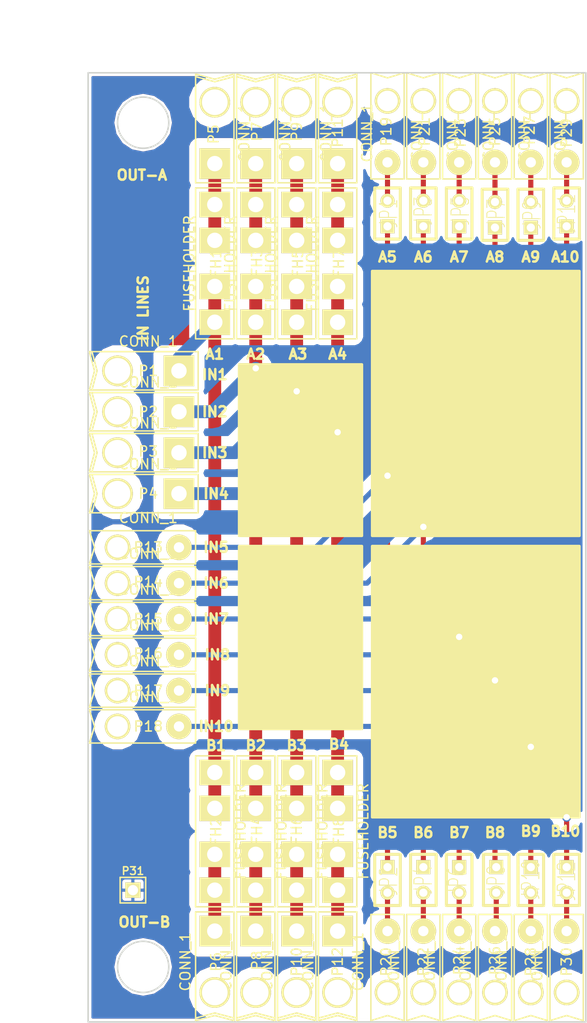
<source format=kicad_pcb>
(kicad_pcb (version 3) (host pcbnew "(2013-mar-13)-testing")

  (general
    (links 56)
    (no_connects 0)
    (area 180.946063 46.947 244.161 149.860001)
    (thickness 1.6)
    (drawings 52)
    (tracks 86)
    (zones 0)
    (modules 51)
    (nets 32)
  )

  (page A4)
  (layers
    (15 F.Cu signal hide)
    (0 B.Cu signal hide)
    (16 B.Adhes user)
    (17 F.Adhes user)
    (18 B.Paste user)
    (19 F.Paste user)
    (20 B.SilkS user)
    (21 F.SilkS user)
    (22 B.Mask user)
    (23 F.Mask user)
    (24 Dwgs.User user)
    (25 Cmts.User user)
    (26 Eco1.User user)
    (27 Eco2.User user)
    (28 Edge.Cuts user)
  )

  (setup
    (last_trace_width 0.508)
    (user_trace_width 1.27)
    (trace_clearance 1.016)
    (zone_clearance 0.254)
    (zone_45_only yes)
    (trace_min 0.254)
    (segment_width 0.2)
    (edge_width 0.15)
    (via_size 0.889)
    (via_drill 0.635)
    (via_min_size 0.889)
    (via_min_drill 0.508)
    (uvia_size 0.508)
    (uvia_drill 0.127)
    (uvias_allowed no)
    (uvia_min_size 0.508)
    (uvia_min_drill 0.127)
    (pcb_text_width 0.3)
    (pcb_text_size 1 1)
    (mod_edge_width 0.15)
    (mod_text_size 1 1)
    (mod_text_width 0.15)
    (pad_size 3.048 3.048)
    (pad_drill 2.54)
    (pad_to_mask_clearance 0)
    (aux_axis_origin 0 0)
    (visible_elements 7FFEFFFF)
    (pcbplotparams
      (layerselection 271613953)
      (usegerberextensions true)
      (excludeedgelayer true)
      (linewidth 0.150000)
      (plotframeref false)
      (viasonmask false)
      (mode 1)
      (useauxorigin false)
      (hpglpennumber 1)
      (hpglpenspeed 20)
      (hpglpendiameter 15)
      (hpglpenoverlay 2)
      (psnegative false)
      (psa4output false)
      (plotreference true)
      (plotvalue true)
      (plotothertext true)
      (plotinvisibletext false)
      (padsonsilk false)
      (subtractmaskfromsilk false)
      (outputformat 1)
      (mirror false)
      (drillshape 0)
      (scaleselection 1)
      (outputdirectory gerber))
  )

  (net 0 "")
  (net 1 GND)
  (net 2 N-000001)
  (net 3 N-0000010)
  (net 4 N-0000011)
  (net 5 N-0000012)
  (net 6 N-0000014)
  (net 7 N-0000015)
  (net 8 N-0000016)
  (net 9 N-0000017)
  (net 10 N-0000018)
  (net 11 N-0000019)
  (net 12 N-000002)
  (net 13 N-0000020)
  (net 14 N-0000021)
  (net 15 N-0000022)
  (net 16 N-0000023)
  (net 17 N-0000024)
  (net 18 N-0000025)
  (net 19 N-0000026)
  (net 20 N-0000027)
  (net 21 N-0000028)
  (net 22 N-0000029)
  (net 23 N-000003)
  (net 24 N-0000030)
  (net 25 N-0000031)
  (net 26 N-000004)
  (net 27 N-000005)
  (net 28 N-000006)
  (net 29 N-000007)
  (net 30 N-000008)
  (net 31 N-000009)

  (net_class Default "Это класс цепей по умолчанию."
    (clearance 1.016)
    (trace_width 0.508)
    (via_dia 0.889)
    (via_drill 0.635)
    (uvia_dia 0.508)
    (uvia_drill 0.127)
    (add_net "")
    (add_net GND)
    (add_net N-000001)
    (add_net N-0000010)
    (add_net N-0000011)
    (add_net N-0000012)
    (add_net N-0000014)
    (add_net N-0000015)
    (add_net N-0000016)
    (add_net N-0000017)
    (add_net N-0000018)
    (add_net N-0000019)
    (add_net N-000002)
    (add_net N-0000020)
    (add_net N-0000021)
    (add_net N-0000022)
    (add_net N-0000023)
    (add_net N-0000024)
    (add_net N-0000025)
    (add_net N-0000026)
    (add_net N-0000027)
    (add_net N-0000028)
    (add_net N-0000029)
    (add_net N-000003)
    (add_net N-0000030)
    (add_net N-0000031)
    (add_net N-000004)
    (add_net N-000005)
    (add_net N-000006)
    (add_net N-000007)
    (add_net N-000008)
    (add_net N-000009)
  )

  (module FUSEHOLDER (layer F.Cu) (tedit 52EFBC55) (tstamp 52EA24E6)
    (at 204.724 72.898 90)
    (path /52EA0D5E)
    (fp_text reference FH1 (at 0 0.127 90) (layer F.SilkS)
      (effects (font (size 1 1) (thickness 0.15)))
    )
    (fp_text value FUSEHOLDER (at 0 -2.54 90) (layer F.SilkS)
      (effects (font (size 1 1) (thickness 0.15)))
    )
    (fp_line (start -7.493 -1.905) (end 7.493 -1.905) (layer F.SilkS) (width 0.15))
    (fp_line (start 7.493 -1.905) (end 7.493 1.905) (layer F.SilkS) (width 0.15))
    (fp_line (start 7.493 1.905) (end -7.493 1.905) (layer F.SilkS) (width 0.15))
    (fp_line (start -7.493 1.905) (end -7.493 -1.905) (layer F.SilkS) (width 0.15))
    (pad 1 thru_hole rect (at -5.842 0 90) (size 2.54 3.048) (drill 1.524)
      (layers *.Cu *.Mask F.SilkS)
      (net 15 N-0000022)
    )
    (pad 1 thru_hole rect (at -2.286 0 90) (size 2.54 3.048) (drill 1.524)
      (layers *.Cu *.Mask F.SilkS)
      (net 15 N-0000022)
    )
    (pad 2 thru_hole rect (at 2.286 0 90) (size 2.54 3.048) (drill 1.524)
      (layers *.Cu *.Mask F.SilkS)
      (net 17 N-0000024)
    )
    (pad 2 thru_hole rect (at 5.842 0 90) (size 2.54 3.048) (drill 1.524)
      (layers *.Cu *.Mask F.SilkS)
      (net 17 N-0000024)
    )
  )

  (module FUSEHOLDER (layer F.Cu) (tedit 52EFBB52) (tstamp 52EA24F2)
    (at 204.724 129.286 270)
    (path /52EA0D6D)
    (fp_text reference FH2 (at 0 -0.127 270) (layer F.SilkS)
      (effects (font (size 1 1) (thickness 0.15)))
    )
    (fp_text value FUSEHOLDER (at 0 -2.54 270) (layer F.SilkS)
      (effects (font (size 1 1) (thickness 0.15)))
    )
    (fp_line (start -7.493 -1.905) (end 7.493 -1.905) (layer F.SilkS) (width 0.15))
    (fp_line (start 7.493 -1.905) (end 7.493 1.905) (layer F.SilkS) (width 0.15))
    (fp_line (start 7.493 1.905) (end -7.493 1.905) (layer F.SilkS) (width 0.15))
    (fp_line (start -7.493 1.905) (end -7.493 -1.905) (layer F.SilkS) (width 0.15))
    (pad 1 thru_hole rect (at -5.842 0 270) (size 2.54 3.048) (drill 1.524)
      (layers *.Cu *.Mask F.SilkS)
      (net 15 N-0000022)
    )
    (pad 1 thru_hole rect (at -2.286 0 270) (size 2.54 3.048) (drill 1.524)
      (layers *.Cu *.Mask F.SilkS)
      (net 15 N-0000022)
    )
    (pad 2 thru_hole rect (at 2.286 0 270) (size 2.54 3.048) (drill 1.524)
      (layers *.Cu *.Mask F.SilkS)
      (net 16 N-0000023)
    )
    (pad 2 thru_hole rect (at 5.842 0 270) (size 2.54 3.048) (drill 1.524)
      (layers *.Cu *.Mask F.SilkS)
      (net 16 N-0000023)
    )
  )

  (module FUSEHOLDER (layer F.Cu) (tedit 52EFBC59) (tstamp 52EA24FE)
    (at 208.788 72.898 90)
    (path /52EA20ED)
    (fp_text reference FH3 (at 0.127 0.127 90) (layer F.SilkS)
      (effects (font (size 1 1) (thickness 0.15)))
    )
    (fp_text value FUSEHOLDER (at 0 -2.54 90) (layer F.SilkS)
      (effects (font (size 1 1) (thickness 0.15)))
    )
    (fp_line (start -7.493 -1.905) (end 7.493 -1.905) (layer F.SilkS) (width 0.15))
    (fp_line (start 7.493 -1.905) (end 7.493 1.905) (layer F.SilkS) (width 0.15))
    (fp_line (start 7.493 1.905) (end -7.493 1.905) (layer F.SilkS) (width 0.15))
    (fp_line (start -7.493 1.905) (end -7.493 -1.905) (layer F.SilkS) (width 0.15))
    (pad 1 thru_hole rect (at -5.842 0 90) (size 2.54 3.048) (drill 1.524)
      (layers *.Cu *.Mask F.SilkS)
      (net 11 N-0000019)
    )
    (pad 1 thru_hole rect (at -2.286 0 90) (size 2.54 3.048) (drill 1.524)
      (layers *.Cu *.Mask F.SilkS)
      (net 11 N-0000019)
    )
    (pad 2 thru_hole rect (at 2.286 0 90) (size 2.54 3.048) (drill 1.524)
      (layers *.Cu *.Mask F.SilkS)
      (net 14 N-0000021)
    )
    (pad 2 thru_hole rect (at 5.842 0 90) (size 2.54 3.048) (drill 1.524)
      (layers *.Cu *.Mask F.SilkS)
      (net 14 N-0000021)
    )
  )

  (module FUSEHOLDER (layer F.Cu) (tedit 52EFBB4F) (tstamp 52EA250A)
    (at 208.788 129.286 270)
    (path /52EA20F3)
    (fp_text reference FH4 (at -0.127 -0.127 270) (layer F.SilkS)
      (effects (font (size 1 1) (thickness 0.15)))
    )
    (fp_text value FUSEHOLDER (at 0 -2.54 270) (layer F.SilkS)
      (effects (font (size 1 1) (thickness 0.15)))
    )
    (fp_line (start -7.493 -1.905) (end 7.493 -1.905) (layer F.SilkS) (width 0.15))
    (fp_line (start 7.493 -1.905) (end 7.493 1.905) (layer F.SilkS) (width 0.15))
    (fp_line (start 7.493 1.905) (end -7.493 1.905) (layer F.SilkS) (width 0.15))
    (fp_line (start -7.493 1.905) (end -7.493 -1.905) (layer F.SilkS) (width 0.15))
    (pad 1 thru_hole rect (at -5.842 0 270) (size 2.54 3.048) (drill 1.524)
      (layers *.Cu *.Mask F.SilkS)
      (net 11 N-0000019)
    )
    (pad 1 thru_hole rect (at -2.286 0 270) (size 2.54 3.048) (drill 1.524)
      (layers *.Cu *.Mask F.SilkS)
      (net 11 N-0000019)
    )
    (pad 2 thru_hole rect (at 2.286 0 270) (size 2.54 3.048) (drill 1.524)
      (layers *.Cu *.Mask F.SilkS)
      (net 13 N-0000020)
    )
    (pad 2 thru_hole rect (at 5.842 0 270) (size 2.54 3.048) (drill 1.524)
      (layers *.Cu *.Mask F.SilkS)
      (net 13 N-0000020)
    )
  )

  (module FUSEHOLDER (layer F.Cu) (tedit 52EFBC5D) (tstamp 52EA2516)
    (at 212.852 72.898 90)
    (path /52EA2111)
    (fp_text reference FH5 (at 0 0.127 90) (layer F.SilkS)
      (effects (font (size 1 1) (thickness 0.15)))
    )
    (fp_text value FUSEHOLDER (at 0 -2.54 90) (layer F.SilkS)
      (effects (font (size 1 1) (thickness 0.15)))
    )
    (fp_line (start -7.493 -1.905) (end 7.493 -1.905) (layer F.SilkS) (width 0.15))
    (fp_line (start 7.493 -1.905) (end 7.493 1.905) (layer F.SilkS) (width 0.15))
    (fp_line (start 7.493 1.905) (end -7.493 1.905) (layer F.SilkS) (width 0.15))
    (fp_line (start -7.493 1.905) (end -7.493 -1.905) (layer F.SilkS) (width 0.15))
    (pad 1 thru_hole rect (at -5.842 0 90) (size 2.54 3.048) (drill 1.524)
      (layers *.Cu *.Mask F.SilkS)
      (net 22 N-0000029)
    )
    (pad 1 thru_hole rect (at -2.286 0 90) (size 2.54 3.048) (drill 1.524)
      (layers *.Cu *.Mask F.SilkS)
      (net 22 N-0000029)
    )
    (pad 2 thru_hole rect (at 2.286 0 90) (size 2.54 3.048) (drill 1.524)
      (layers *.Cu *.Mask F.SilkS)
      (net 25 N-0000031)
    )
    (pad 2 thru_hole rect (at 5.842 0 90) (size 2.54 3.048) (drill 1.524)
      (layers *.Cu *.Mask F.SilkS)
      (net 25 N-0000031)
    )
  )

  (module FUSEHOLDER (layer F.Cu) (tedit 52EFBB4B) (tstamp 52EA2522)
    (at 212.852 129.286 270)
    (path /52EA2117)
    (fp_text reference FH6 (at -0.127 0 270) (layer F.SilkS)
      (effects (font (size 1 1) (thickness 0.15)))
    )
    (fp_text value FUSEHOLDER (at 0 -2.54 270) (layer F.SilkS)
      (effects (font (size 1 1) (thickness 0.15)))
    )
    (fp_line (start -7.493 -1.905) (end 7.493 -1.905) (layer F.SilkS) (width 0.15))
    (fp_line (start 7.493 -1.905) (end 7.493 1.905) (layer F.SilkS) (width 0.15))
    (fp_line (start 7.493 1.905) (end -7.493 1.905) (layer F.SilkS) (width 0.15))
    (fp_line (start -7.493 1.905) (end -7.493 -1.905) (layer F.SilkS) (width 0.15))
    (pad 1 thru_hole rect (at -5.842 0 270) (size 2.54 3.048) (drill 1.524)
      (layers *.Cu *.Mask F.SilkS)
      (net 22 N-0000029)
    )
    (pad 1 thru_hole rect (at -2.286 0 270) (size 2.54 3.048) (drill 1.524)
      (layers *.Cu *.Mask F.SilkS)
      (net 22 N-0000029)
    )
    (pad 2 thru_hole rect (at 2.286 0 270) (size 2.54 3.048) (drill 1.524)
      (layers *.Cu *.Mask F.SilkS)
      (net 24 N-0000030)
    )
    (pad 2 thru_hole rect (at 5.842 0 270) (size 2.54 3.048) (drill 1.524)
      (layers *.Cu *.Mask F.SilkS)
      (net 24 N-0000030)
    )
  )

  (module FUSEHOLDER (layer F.Cu) (tedit 52EFBC61) (tstamp 52EA252E)
    (at 216.916 72.898 90)
    (path /52EA2135)
    (fp_text reference FH7 (at 0 0.127 90) (layer F.SilkS)
      (effects (font (size 1 1) (thickness 0.15)))
    )
    (fp_text value FUSEHOLDER (at 0 -2.54 90) (layer F.SilkS)
      (effects (font (size 1 1) (thickness 0.15)))
    )
    (fp_line (start -7.493 -1.905) (end 7.493 -1.905) (layer F.SilkS) (width 0.15))
    (fp_line (start 7.493 -1.905) (end 7.493 1.905) (layer F.SilkS) (width 0.15))
    (fp_line (start 7.493 1.905) (end -7.493 1.905) (layer F.SilkS) (width 0.15))
    (fp_line (start -7.493 1.905) (end -7.493 -1.905) (layer F.SilkS) (width 0.15))
    (pad 1 thru_hole rect (at -5.842 0 90) (size 2.54 3.048) (drill 1.524)
      (layers *.Cu *.Mask F.SilkS)
      (net 19 N-0000026)
    )
    (pad 1 thru_hole rect (at -2.286 0 90) (size 2.54 3.048) (drill 1.524)
      (layers *.Cu *.Mask F.SilkS)
      (net 19 N-0000026)
    )
    (pad 2 thru_hole rect (at 2.286 0 90) (size 2.54 3.048) (drill 1.524)
      (layers *.Cu *.Mask F.SilkS)
      (net 21 N-0000028)
    )
    (pad 2 thru_hole rect (at 5.842 0 90) (size 2.54 3.048) (drill 1.524)
      (layers *.Cu *.Mask F.SilkS)
      (net 21 N-0000028)
    )
  )

  (module FUSEHOLDER (layer F.Cu) (tedit 52EFBB46) (tstamp 52EA253A)
    (at 216.916 129.286 270)
    (path /52EA213B)
    (fp_text reference FH8 (at 0 -0.127 270) (layer F.SilkS)
      (effects (font (size 1 1) (thickness 0.15)))
    )
    (fp_text value FUSEHOLDER (at 0 -2.54 270) (layer F.SilkS)
      (effects (font (size 1 1) (thickness 0.15)))
    )
    (fp_line (start -7.493 -1.905) (end 7.493 -1.905) (layer F.SilkS) (width 0.15))
    (fp_line (start 7.493 -1.905) (end 7.493 1.905) (layer F.SilkS) (width 0.15))
    (fp_line (start 7.493 1.905) (end -7.493 1.905) (layer F.SilkS) (width 0.15))
    (fp_line (start -7.493 1.905) (end -7.493 -1.905) (layer F.SilkS) (width 0.15))
    (pad 1 thru_hole rect (at -5.842 0 270) (size 2.54 3.048) (drill 1.524)
      (layers *.Cu *.Mask F.SilkS)
      (net 19 N-0000026)
    )
    (pad 1 thru_hole rect (at -2.286 0 270) (size 2.54 3.048) (drill 1.524)
      (layers *.Cu *.Mask F.SilkS)
      (net 19 N-0000026)
    )
    (pad 2 thru_hole rect (at 2.286 0 270) (size 2.54 3.048) (drill 1.524)
      (layers *.Cu *.Mask F.SilkS)
      (net 20 N-0000027)
    )
    (pad 2 thru_hole rect (at 5.842 0 270) (size 2.54 3.048) (drill 1.524)
      (layers *.Cu *.Mask F.SilkS)
      (net 20 N-0000027)
    )
  )

  (module PIN_1_16AWG (layer F.Cu) (tedit 52EFBA40) (tstamp 52EA25BF)
    (at 198.12 83.566)
    (path /52EA0D7C)
    (fp_text reference P1 (at 0 0) (layer F.SilkS)
      (effects (font (size 1 1) (thickness 0.15)))
    )
    (fp_text value CONN_1 (at 0 -2.921) (layer F.SilkS)
      (effects (font (size 1 1) (thickness 0.15)))
    )
    (fp_line (start -5.08 0) (end -5.588 -1.905) (layer F.SilkS) (width 0.15))
    (fp_line (start -5.08 0) (end -5.588 1.905) (layer F.SilkS) (width 0.15))
    (fp_line (start -5.334 0) (end -5.842 1.905) (layer F.SilkS) (width 0.15))
    (fp_line (start -5.842 -1.905) (end -5.334 0) (layer F.SilkS) (width 0.15))
    (fp_line (start 4.953 -1.905) (end -5.842 -1.905) (layer F.SilkS) (width 0.15))
    (fp_line (start 4.953 -1.905) (end 4.953 1.905) (layer F.SilkS) (width 0.15))
    (fp_line (start 4.953 1.905) (end -5.842 1.905) (layer F.SilkS) (width 0.15))
    (pad 1 thru_hole rect (at 3.048 0) (size 3.048 3.048) (drill 1.524)
      (layers *.Cu *.Mask F.SilkS)
      (net 15 N-0000022)
    )
    (pad "" thru_hole circle (at -3.048 0) (size 3.048 3.048) (drill 2.54)
      (layers *.Cu *.Mask F.SilkS)
    )
  )

  (module PIN_1_16AWG (layer F.Cu) (tedit 52EFBA49) (tstamp 52EA25CC)
    (at 198.12 87.63)
    (path /52EA20F9)
    (fp_text reference P2 (at 0 0) (layer F.SilkS)
      (effects (font (size 1 1) (thickness 0.15)))
    )
    (fp_text value CONN_1 (at 0 -2.921) (layer F.SilkS)
      (effects (font (size 1 1) (thickness 0.15)))
    )
    (fp_line (start -5.08 0) (end -5.588 -1.905) (layer F.SilkS) (width 0.15))
    (fp_line (start -5.08 0) (end -5.588 1.905) (layer F.SilkS) (width 0.15))
    (fp_line (start -5.334 0) (end -5.842 1.905) (layer F.SilkS) (width 0.15))
    (fp_line (start -5.842 -1.905) (end -5.334 0) (layer F.SilkS) (width 0.15))
    (fp_line (start 4.953 -1.905) (end -5.842 -1.905) (layer F.SilkS) (width 0.15))
    (fp_line (start 4.953 -1.905) (end 4.953 1.905) (layer F.SilkS) (width 0.15))
    (fp_line (start 4.953 1.905) (end -5.842 1.905) (layer F.SilkS) (width 0.15))
    (pad 1 thru_hole rect (at 3.048 0) (size 3.048 3.048) (drill 1.524)
      (layers *.Cu *.Mask F.SilkS)
      (net 11 N-0000019)
    )
    (pad "" thru_hole circle (at -3.048 0) (size 3.048 3.048) (drill 2.54)
      (layers *.Cu *.Mask F.SilkS)
    )
  )

  (module PIN_1_16AWG (layer F.Cu) (tedit 52EFBB15) (tstamp 52EA25D9)
    (at 198.12 91.694)
    (path /52EA211D)
    (fp_text reference P3 (at 0 -0.127) (layer F.SilkS)
      (effects (font (size 1 1) (thickness 0.15)))
    )
    (fp_text value CONN_1 (at 0 -2.921) (layer F.SilkS)
      (effects (font (size 1 1) (thickness 0.15)))
    )
    (fp_line (start -5.08 0) (end -5.588 -1.905) (layer F.SilkS) (width 0.15))
    (fp_line (start -5.08 0) (end -5.588 1.905) (layer F.SilkS) (width 0.15))
    (fp_line (start -5.334 0) (end -5.842 1.905) (layer F.SilkS) (width 0.15))
    (fp_line (start -5.842 -1.905) (end -5.334 0) (layer F.SilkS) (width 0.15))
    (fp_line (start 4.953 -1.905) (end -5.842 -1.905) (layer F.SilkS) (width 0.15))
    (fp_line (start 4.953 -1.905) (end 4.953 1.905) (layer F.SilkS) (width 0.15))
    (fp_line (start 4.953 1.905) (end -5.842 1.905) (layer F.SilkS) (width 0.15))
    (pad 1 thru_hole rect (at 3.048 0) (size 3.048 3.048) (drill 1.524)
      (layers *.Cu *.Mask F.SilkS)
      (net 22 N-0000029)
    )
    (pad "" thru_hole circle (at -3.048 0) (size 3.048 3.048) (drill 2.54)
      (layers *.Cu *.Mask F.SilkS)
    )
  )

  (module PIN_1_16AWG (layer F.Cu) (tedit 52EFBB19) (tstamp 52EA25E6)
    (at 198.12 95.758)
    (path /52EA2141)
    (fp_text reference P4 (at 0 0) (layer F.SilkS)
      (effects (font (size 1 1) (thickness 0.15)))
    )
    (fp_text value CONN_1 (at 0 -2.921) (layer F.SilkS)
      (effects (font (size 1 1) (thickness 0.15)))
    )
    (fp_line (start -5.08 0) (end -5.588 -1.905) (layer F.SilkS) (width 0.15))
    (fp_line (start -5.08 0) (end -5.588 1.905) (layer F.SilkS) (width 0.15))
    (fp_line (start -5.334 0) (end -5.842 1.905) (layer F.SilkS) (width 0.15))
    (fp_line (start -5.842 -1.905) (end -5.334 0) (layer F.SilkS) (width 0.15))
    (fp_line (start 4.953 -1.905) (end -5.842 -1.905) (layer F.SilkS) (width 0.15))
    (fp_line (start 4.953 -1.905) (end 4.953 1.905) (layer F.SilkS) (width 0.15))
    (fp_line (start 4.953 1.905) (end -5.842 1.905) (layer F.SilkS) (width 0.15))
    (pad 1 thru_hole rect (at 3.048 0) (size 3.048 3.048) (drill 1.524)
      (layers *.Cu *.Mask F.SilkS)
      (net 19 N-0000026)
    )
    (pad "" thru_hole circle (at -3.048 0) (size 3.048 3.048) (drill 2.54)
      (layers *.Cu *.Mask F.SilkS)
    )
  )

  (module PIN_1_16AWG (layer F.Cu) (tedit 52EFBC48) (tstamp 52EA25F3)
    (at 204.724 59.944 270)
    (path /52EA0D8F)
    (fp_text reference P5 (at 0.127 0.127 270) (layer F.SilkS)
      (effects (font (size 1 1) (thickness 0.15)))
    )
    (fp_text value CONN_1 (at 0 -2.921 270) (layer F.SilkS)
      (effects (font (size 1 1) (thickness 0.15)))
    )
    (fp_line (start -5.08 0) (end -5.588 -1.905) (layer F.SilkS) (width 0.15))
    (fp_line (start -5.08 0) (end -5.588 1.905) (layer F.SilkS) (width 0.15))
    (fp_line (start -5.334 0) (end -5.842 1.905) (layer F.SilkS) (width 0.15))
    (fp_line (start -5.842 -1.905) (end -5.334 0) (layer F.SilkS) (width 0.15))
    (fp_line (start 4.953 -1.905) (end -5.842 -1.905) (layer F.SilkS) (width 0.15))
    (fp_line (start 4.953 -1.905) (end 4.953 1.905) (layer F.SilkS) (width 0.15))
    (fp_line (start 4.953 1.905) (end -5.842 1.905) (layer F.SilkS) (width 0.15))
    (pad 1 thru_hole rect (at 3.048 0 270) (size 3.048 3.048) (drill 1.524)
      (layers *.Cu *.Mask F.SilkS)
      (net 17 N-0000024)
    )
    (pad "" thru_hole circle (at -3.048 0 270) (size 3.048 3.048) (drill 2.54)
      (layers *.Cu *.Mask F.SilkS)
    )
  )

  (module PIN_1_16AWG (layer F.Cu) (tedit 52EFBB57) (tstamp 52EA2600)
    (at 204.724 142.24 90)
    (path /52EA0D89)
    (fp_text reference P6 (at 0 0.127 90) (layer F.SilkS)
      (effects (font (size 1 1) (thickness 0.15)))
    )
    (fp_text value CONN_1 (at 0 -2.921 90) (layer F.SilkS)
      (effects (font (size 1 1) (thickness 0.15)))
    )
    (fp_line (start -5.08 0) (end -5.588 -1.905) (layer F.SilkS) (width 0.15))
    (fp_line (start -5.08 0) (end -5.588 1.905) (layer F.SilkS) (width 0.15))
    (fp_line (start -5.334 0) (end -5.842 1.905) (layer F.SilkS) (width 0.15))
    (fp_line (start -5.842 -1.905) (end -5.334 0) (layer F.SilkS) (width 0.15))
    (fp_line (start 4.953 -1.905) (end -5.842 -1.905) (layer F.SilkS) (width 0.15))
    (fp_line (start 4.953 -1.905) (end 4.953 1.905) (layer F.SilkS) (width 0.15))
    (fp_line (start 4.953 1.905) (end -5.842 1.905) (layer F.SilkS) (width 0.15))
    (pad 1 thru_hole rect (at 3.048 0 90) (size 3.048 3.048) (drill 1.524)
      (layers *.Cu *.Mask F.SilkS)
      (net 16 N-0000023)
    )
    (pad "" thru_hole circle (at -3.048 0 90) (size 3.048 3.048) (drill 2.54)
      (layers *.Cu *.Mask F.SilkS)
    )
  )

  (module PIN_1_16AWG (layer F.Cu) (tedit 52EFBC45) (tstamp 52EA260D)
    (at 208.788 59.944 270)
    (path /52EA2105)
    (fp_text reference P7 (at -0.127 -0.127 270) (layer F.SilkS)
      (effects (font (size 1 1) (thickness 0.15)))
    )
    (fp_text value CONN_1 (at 0 -2.921 270) (layer F.SilkS)
      (effects (font (size 1 1) (thickness 0.15)))
    )
    (fp_line (start -5.08 0) (end -5.588 -1.905) (layer F.SilkS) (width 0.15))
    (fp_line (start -5.08 0) (end -5.588 1.905) (layer F.SilkS) (width 0.15))
    (fp_line (start -5.334 0) (end -5.842 1.905) (layer F.SilkS) (width 0.15))
    (fp_line (start -5.842 -1.905) (end -5.334 0) (layer F.SilkS) (width 0.15))
    (fp_line (start 4.953 -1.905) (end -5.842 -1.905) (layer F.SilkS) (width 0.15))
    (fp_line (start 4.953 -1.905) (end 4.953 1.905) (layer F.SilkS) (width 0.15))
    (fp_line (start 4.953 1.905) (end -5.842 1.905) (layer F.SilkS) (width 0.15))
    (pad 1 thru_hole rect (at 3.048 0 270) (size 3.048 3.048) (drill 1.524)
      (layers *.Cu *.Mask F.SilkS)
      (net 14 N-0000021)
    )
    (pad "" thru_hole circle (at -3.048 0 270) (size 3.048 3.048) (drill 2.54)
      (layers *.Cu *.Mask F.SilkS)
    )
  )

  (module PIN_1_16AWG (layer F.Cu) (tedit 52EFBB5C) (tstamp 52EA261A)
    (at 208.788 142.24 90)
    (path /52EA20FF)
    (fp_text reference P8 (at 0.127 0.127 90) (layer F.SilkS)
      (effects (font (size 1 1) (thickness 0.15)))
    )
    (fp_text value CONN_1 (at 0 -2.921 90) (layer F.SilkS)
      (effects (font (size 1 1) (thickness 0.15)))
    )
    (fp_line (start -5.08 0) (end -5.588 -1.905) (layer F.SilkS) (width 0.15))
    (fp_line (start -5.08 0) (end -5.588 1.905) (layer F.SilkS) (width 0.15))
    (fp_line (start -5.334 0) (end -5.842 1.905) (layer F.SilkS) (width 0.15))
    (fp_line (start -5.842 -1.905) (end -5.334 0) (layer F.SilkS) (width 0.15))
    (fp_line (start 4.953 -1.905) (end -5.842 -1.905) (layer F.SilkS) (width 0.15))
    (fp_line (start 4.953 -1.905) (end 4.953 1.905) (layer F.SilkS) (width 0.15))
    (fp_line (start 4.953 1.905) (end -5.842 1.905) (layer F.SilkS) (width 0.15))
    (pad 1 thru_hole rect (at 3.048 0 90) (size 3.048 3.048) (drill 1.524)
      (layers *.Cu *.Mask F.SilkS)
      (net 13 N-0000020)
    )
    (pad "" thru_hole circle (at -3.048 0 90) (size 3.048 3.048) (drill 2.54)
      (layers *.Cu *.Mask F.SilkS)
    )
  )

  (module PIN_1_16AWG (layer F.Cu) (tedit 52EFBC41) (tstamp 52EA2627)
    (at 212.852 59.944 270)
    (path /52EA2129)
    (fp_text reference P9 (at -0.127 0 270) (layer F.SilkS)
      (effects (font (size 1 1) (thickness 0.15)))
    )
    (fp_text value CONN_1 (at 0 -2.921 270) (layer F.SilkS)
      (effects (font (size 1 1) (thickness 0.15)))
    )
    (fp_line (start -5.08 0) (end -5.588 -1.905) (layer F.SilkS) (width 0.15))
    (fp_line (start -5.08 0) (end -5.588 1.905) (layer F.SilkS) (width 0.15))
    (fp_line (start -5.334 0) (end -5.842 1.905) (layer F.SilkS) (width 0.15))
    (fp_line (start -5.842 -1.905) (end -5.334 0) (layer F.SilkS) (width 0.15))
    (fp_line (start 4.953 -1.905) (end -5.842 -1.905) (layer F.SilkS) (width 0.15))
    (fp_line (start 4.953 -1.905) (end 4.953 1.905) (layer F.SilkS) (width 0.15))
    (fp_line (start 4.953 1.905) (end -5.842 1.905) (layer F.SilkS) (width 0.15))
    (pad 1 thru_hole rect (at 3.048 0 270) (size 3.048 3.048) (drill 1.524)
      (layers *.Cu *.Mask F.SilkS)
      (net 25 N-0000031)
    )
    (pad "" thru_hole circle (at -3.048 0 270) (size 3.048 3.048) (drill 2.54)
      (layers *.Cu *.Mask F.SilkS)
    )
  )

  (module PIN_1_16AWG (layer F.Cu) (tedit 52EFBB6A) (tstamp 52EA2634)
    (at 212.852 142.24 90)
    (path /52EA2123)
    (fp_text reference P10 (at 0 0 90) (layer F.SilkS)
      (effects (font (size 1 1) (thickness 0.15)))
    )
    (fp_text value CONN_1 (at 0 -2.921 90) (layer F.SilkS)
      (effects (font (size 1 1) (thickness 0.15)))
    )
    (fp_line (start -5.08 0) (end -5.588 -1.905) (layer F.SilkS) (width 0.15))
    (fp_line (start -5.08 0) (end -5.588 1.905) (layer F.SilkS) (width 0.15))
    (fp_line (start -5.334 0) (end -5.842 1.905) (layer F.SilkS) (width 0.15))
    (fp_line (start -5.842 -1.905) (end -5.334 0) (layer F.SilkS) (width 0.15))
    (fp_line (start 4.953 -1.905) (end -5.842 -1.905) (layer F.SilkS) (width 0.15))
    (fp_line (start 4.953 -1.905) (end 4.953 1.905) (layer F.SilkS) (width 0.15))
    (fp_line (start 4.953 1.905) (end -5.842 1.905) (layer F.SilkS) (width 0.15))
    (pad 1 thru_hole rect (at 3.048 0 90) (size 3.048 3.048) (drill 1.524)
      (layers *.Cu *.Mask F.SilkS)
      (net 24 N-0000030)
    )
    (pad "" thru_hole circle (at -3.048 0 90) (size 3.048 3.048) (drill 2.54)
      (layers *.Cu *.Mask F.SilkS)
    )
  )

  (module PIN_1_16AWG (layer F.Cu) (tedit 52EFBC3D) (tstamp 52EA2641)
    (at 216.916 59.944 270)
    (path /52EA214D)
    (fp_text reference P11 (at 0 0 270) (layer F.SilkS)
      (effects (font (size 1 1) (thickness 0.15)))
    )
    (fp_text value CONN_1 (at 0 -2.921 270) (layer F.SilkS)
      (effects (font (size 1 1) (thickness 0.15)))
    )
    (fp_line (start -5.08 0) (end -5.588 -1.905) (layer F.SilkS) (width 0.15))
    (fp_line (start -5.08 0) (end -5.588 1.905) (layer F.SilkS) (width 0.15))
    (fp_line (start -5.334 0) (end -5.842 1.905) (layer F.SilkS) (width 0.15))
    (fp_line (start -5.842 -1.905) (end -5.334 0) (layer F.SilkS) (width 0.15))
    (fp_line (start 4.953 -1.905) (end -5.842 -1.905) (layer F.SilkS) (width 0.15))
    (fp_line (start 4.953 -1.905) (end 4.953 1.905) (layer F.SilkS) (width 0.15))
    (fp_line (start 4.953 1.905) (end -5.842 1.905) (layer F.SilkS) (width 0.15))
    (pad 1 thru_hole rect (at 3.048 0 270) (size 3.048 3.048) (drill 1.524)
      (layers *.Cu *.Mask F.SilkS)
      (net 21 N-0000028)
    )
    (pad "" thru_hole circle (at -3.048 0 270) (size 3.048 3.048) (drill 2.54)
      (layers *.Cu *.Mask F.SilkS)
    )
  )

  (module PIN_1_16AWG (layer F.Cu) (tedit 52EFBB67) (tstamp 52EA264E)
    (at 216.916 142.24 90)
    (path /52EA2147)
    (fp_text reference P12 (at 0 0 90) (layer F.SilkS)
      (effects (font (size 1 1) (thickness 0.15)))
    )
    (fp_text value CONN_1 (at 0 -2.921 90) (layer F.SilkS)
      (effects (font (size 1 1) (thickness 0.15)))
    )
    (fp_line (start -5.08 0) (end -5.588 -1.905) (layer F.SilkS) (width 0.15))
    (fp_line (start -5.08 0) (end -5.588 1.905) (layer F.SilkS) (width 0.15))
    (fp_line (start -5.334 0) (end -5.842 1.905) (layer F.SilkS) (width 0.15))
    (fp_line (start -5.842 -1.905) (end -5.334 0) (layer F.SilkS) (width 0.15))
    (fp_line (start 4.953 -1.905) (end -5.842 -1.905) (layer F.SilkS) (width 0.15))
    (fp_line (start 4.953 -1.905) (end 4.953 1.905) (layer F.SilkS) (width 0.15))
    (fp_line (start 4.953 1.905) (end -5.842 1.905) (layer F.SilkS) (width 0.15))
    (pad 1 thru_hole rect (at 3.048 0 90) (size 3.048 3.048) (drill 1.524)
      (layers *.Cu *.Mask F.SilkS)
      (net 20 N-0000027)
    )
    (pad "" thru_hole circle (at -3.048 0 90) (size 3.048 3.048) (drill 2.54)
      (layers *.Cu *.Mask F.SilkS)
    )
  )

  (module PIN_1_20AWG (layer F.Cu) (tedit 52EFBB20) (tstamp 52EA2659)
    (at 198.12 101.092)
    (path /52EA2093)
    (fp_text reference P13 (at 0 0) (layer F.SilkS)
      (effects (font (size 1 1) (thickness 0.15)))
    )
    (fp_text value CONN_1 (at 0 -2.921) (layer F.SilkS)
      (effects (font (size 1 1) (thickness 0.15)))
    )
    (fp_line (start -5.334 0) (end -5.842 1.651) (layer F.SilkS) (width 0.15))
    (fp_line (start -5.842 -1.651) (end -5.334 0) (layer F.SilkS) (width 0.15))
    (fp_line (start 4.699 1.651) (end -5.842 1.651) (layer F.SilkS) (width 0.15))
    (fp_line (start 4.699 -1.651) (end -5.842 -1.651) (layer F.SilkS) (width 0.15))
    (fp_line (start 4.699 -1.651) (end 4.699 1.651) (layer F.SilkS) (width 0.15))
    (pad 1 thru_hole circle (at 3.048 0) (size 2.54 2.54) (drill 1.016)
      (layers *.Cu *.Mask F.SilkS)
      (net 18 N-0000025)
    )
    (pad "" thru_hole circle (at -3.048 0) (size 2.54 2.54) (drill 2.032)
      (layers *.Cu *.Mask F.SilkS)
    )
  )

  (module PIN_1_20AWG (layer F.Cu) (tedit 52EFBB24) (tstamp 52EA2664)
    (at 198.12 104.648)
    (path /52EA2159)
    (fp_text reference P14 (at 0 -0.127) (layer F.SilkS)
      (effects (font (size 1 1) (thickness 0.15)))
    )
    (fp_text value CONN_1 (at 0 -2.921) (layer F.SilkS)
      (effects (font (size 1 1) (thickness 0.15)))
    )
    (fp_line (start -5.334 0) (end -5.842 1.651) (layer F.SilkS) (width 0.15))
    (fp_line (start -5.842 -1.651) (end -5.334 0) (layer F.SilkS) (width 0.15))
    (fp_line (start 4.699 1.651) (end -5.842 1.651) (layer F.SilkS) (width 0.15))
    (fp_line (start 4.699 -1.651) (end -5.842 -1.651) (layer F.SilkS) (width 0.15))
    (fp_line (start 4.699 -1.651) (end 4.699 1.651) (layer F.SilkS) (width 0.15))
    (pad 1 thru_hole circle (at 3.048 0) (size 2.54 2.54) (drill 1.016)
      (layers *.Cu *.Mask F.SilkS)
      (net 28 N-000006)
    )
    (pad "" thru_hole circle (at -3.048 0) (size 2.54 2.54) (drill 2.032)
      (layers *.Cu *.Mask F.SilkS)
    )
  )

  (module PIN_1_20AWG (layer F.Cu) (tedit 52EFBB28) (tstamp 52EA266F)
    (at 198.12 108.204)
    (path /52EA217D)
    (fp_text reference P15 (at 0 0) (layer F.SilkS)
      (effects (font (size 1 1) (thickness 0.15)))
    )
    (fp_text value CONN_1 (at 0 -2.921) (layer F.SilkS)
      (effects (font (size 1 1) (thickness 0.15)))
    )
    (fp_line (start -5.334 0) (end -5.842 1.651) (layer F.SilkS) (width 0.15))
    (fp_line (start -5.842 -1.651) (end -5.334 0) (layer F.SilkS) (width 0.15))
    (fp_line (start 4.699 1.651) (end -5.842 1.651) (layer F.SilkS) (width 0.15))
    (fp_line (start 4.699 -1.651) (end -5.842 -1.651) (layer F.SilkS) (width 0.15))
    (fp_line (start 4.699 -1.651) (end 4.699 1.651) (layer F.SilkS) (width 0.15))
    (pad 1 thru_hole circle (at 3.048 0) (size 2.54 2.54) (drill 1.016)
      (layers *.Cu *.Mask F.SilkS)
      (net 29 N-000007)
    )
    (pad "" thru_hole circle (at -3.048 0) (size 2.54 2.54) (drill 2.032)
      (layers *.Cu *.Mask F.SilkS)
    )
  )

  (module PIN_1_20AWG (layer F.Cu) (tedit 52EFBB2E) (tstamp 52EA267A)
    (at 198.12 111.76)
    (path /52EA21A1)
    (fp_text reference P16 (at 0 -0.127) (layer F.SilkS)
      (effects (font (size 1 1) (thickness 0.15)))
    )
    (fp_text value CONN_1 (at 0 -2.921) (layer F.SilkS)
      (effects (font (size 1 1) (thickness 0.15)))
    )
    (fp_line (start -5.334 0) (end -5.842 1.651) (layer F.SilkS) (width 0.15))
    (fp_line (start -5.842 -1.651) (end -5.334 0) (layer F.SilkS) (width 0.15))
    (fp_line (start 4.699 1.651) (end -5.842 1.651) (layer F.SilkS) (width 0.15))
    (fp_line (start 4.699 -1.651) (end -5.842 -1.651) (layer F.SilkS) (width 0.15))
    (fp_line (start 4.699 -1.651) (end 4.699 1.651) (layer F.SilkS) (width 0.15))
    (pad 1 thru_hole circle (at 3.048 0) (size 2.54 2.54) (drill 1.016)
      (layers *.Cu *.Mask F.SilkS)
      (net 23 N-000003)
    )
    (pad "" thru_hole circle (at -3.048 0) (size 2.54 2.54) (drill 2.032)
      (layers *.Cu *.Mask F.SilkS)
    )
  )

  (module PIN_1_20AWG (layer F.Cu) (tedit 52EFBB31) (tstamp 52EA2685)
    (at 198.12 115.316)
    (path /52EA21C5)
    (fp_text reference P17 (at 0 0) (layer F.SilkS)
      (effects (font (size 1 1) (thickness 0.15)))
    )
    (fp_text value CONN_1 (at 0 -2.921) (layer F.SilkS)
      (effects (font (size 1 1) (thickness 0.15)))
    )
    (fp_line (start -5.334 0) (end -5.842 1.651) (layer F.SilkS) (width 0.15))
    (fp_line (start -5.842 -1.651) (end -5.334 0) (layer F.SilkS) (width 0.15))
    (fp_line (start 4.699 1.651) (end -5.842 1.651) (layer F.SilkS) (width 0.15))
    (fp_line (start 4.699 -1.651) (end -5.842 -1.651) (layer F.SilkS) (width 0.15))
    (fp_line (start 4.699 -1.651) (end 4.699 1.651) (layer F.SilkS) (width 0.15))
    (pad 1 thru_hole circle (at 3.048 0) (size 2.54 2.54) (drill 1.016)
      (layers *.Cu *.Mask F.SilkS)
      (net 8 N-0000016)
    )
    (pad "" thru_hole circle (at -3.048 0) (size 2.54 2.54) (drill 2.032)
      (layers *.Cu *.Mask F.SilkS)
    )
  )

  (module PIN_1_20AWG (layer F.Cu) (tedit 52EFBB34) (tstamp 52EA2690)
    (at 198.12 118.872)
    (path /52EA21E9)
    (fp_text reference P18 (at 0 0) (layer F.SilkS)
      (effects (font (size 1 1) (thickness 0.15)))
    )
    (fp_text value CONN_1 (at 0 -2.921) (layer F.SilkS)
      (effects (font (size 1 1) (thickness 0.15)))
    )
    (fp_line (start -5.334 0) (end -5.842 1.651) (layer F.SilkS) (width 0.15))
    (fp_line (start -5.842 -1.651) (end -5.334 0) (layer F.SilkS) (width 0.15))
    (fp_line (start 4.699 1.651) (end -5.842 1.651) (layer F.SilkS) (width 0.15))
    (fp_line (start 4.699 -1.651) (end -5.842 -1.651) (layer F.SilkS) (width 0.15))
    (fp_line (start 4.699 -1.651) (end 4.699 1.651) (layer F.SilkS) (width 0.15))
    (pad 1 thru_hole circle (at 3.048 0) (size 2.54 2.54) (drill 1.016)
      (layers *.Cu *.Mask F.SilkS)
      (net 5 N-0000012)
    )
    (pad "" thru_hole circle (at -3.048 0) (size 2.54 2.54) (drill 2.032)
      (layers *.Cu *.Mask F.SilkS)
    )
  )

  (module PIN_1_20AWG (layer F.Cu) (tedit 52EFBC35) (tstamp 52EA269B)
    (at 221.869 59.817 270)
    (path /52EA209F)
    (fp_text reference P19 (at 0 0.127 270) (layer F.SilkS)
      (effects (font (size 1 1) (thickness 0.15)))
    )
    (fp_text value CONN_1 (at 0 -2.921 270) (layer F.SilkS)
      (effects (font (size 1 1) (thickness 0.15)))
    )
    (fp_line (start -5.334 0) (end -5.842 1.651) (layer F.SilkS) (width 0.15))
    (fp_line (start -5.842 -1.651) (end -5.334 0) (layer F.SilkS) (width 0.15))
    (fp_line (start 4.699 1.651) (end -5.842 1.651) (layer F.SilkS) (width 0.15))
    (fp_line (start 4.699 -1.651) (end -5.842 -1.651) (layer F.SilkS) (width 0.15))
    (fp_line (start 4.699 -1.651) (end 4.699 1.651) (layer F.SilkS) (width 0.15))
    (pad 1 thru_hole circle (at 3.048 0 270) (size 2.54 2.54) (drill 1.016)
      (layers *.Cu *.Mask F.SilkS)
      (net 9 N-0000017)
    )
    (pad "" thru_hole circle (at -3.048 0 270) (size 2.54 2.54) (drill 2.032)
      (layers *.Cu *.Mask F.SilkS)
    )
  )

  (module PIN_1_20AWG (layer F.Cu) (tedit 52EFBB71) (tstamp 52EA26A6)
    (at 221.869 142.24 90)
    (path /52EA2099)
    (fp_text reference P20 (at 0 -0.127 90) (layer F.SilkS)
      (effects (font (size 1 1) (thickness 0.15)))
    )
    (fp_text value CONN_1 (at 0 -2.921 90) (layer F.SilkS)
      (effects (font (size 1 1) (thickness 0.15)))
    )
    (fp_line (start -5.334 0) (end -5.842 1.651) (layer F.SilkS) (width 0.15))
    (fp_line (start -5.842 -1.651) (end -5.334 0) (layer F.SilkS) (width 0.15))
    (fp_line (start 4.699 1.651) (end -5.842 1.651) (layer F.SilkS) (width 0.15))
    (fp_line (start 4.699 -1.651) (end -5.842 -1.651) (layer F.SilkS) (width 0.15))
    (fp_line (start 4.699 -1.651) (end 4.699 1.651) (layer F.SilkS) (width 0.15))
    (pad 1 thru_hole circle (at 3.048 0 90) (size 2.54 2.54) (drill 1.016)
      (layers *.Cu *.Mask F.SilkS)
      (net 10 N-0000018)
    )
    (pad "" thru_hole circle (at -3.048 0 90) (size 2.54 2.54) (drill 2.032)
      (layers *.Cu *.Mask F.SilkS)
    )
  )

  (module PIN_1_20AWG (layer F.Cu) (tedit 52EFBC32) (tstamp 52EA26B1)
    (at 225.425 59.817 270)
    (path /52EA2165)
    (fp_text reference P21 (at 0 -0.127 270) (layer F.SilkS)
      (effects (font (size 1 1) (thickness 0.15)))
    )
    (fp_text value CONN_1 (at 0 -2.921 270) (layer F.SilkS)
      (effects (font (size 1 1) (thickness 0.15)))
    )
    (fp_line (start -5.334 0) (end -5.842 1.651) (layer F.SilkS) (width 0.15))
    (fp_line (start -5.842 -1.651) (end -5.334 0) (layer F.SilkS) (width 0.15))
    (fp_line (start 4.699 1.651) (end -5.842 1.651) (layer F.SilkS) (width 0.15))
    (fp_line (start 4.699 -1.651) (end -5.842 -1.651) (layer F.SilkS) (width 0.15))
    (fp_line (start 4.699 -1.651) (end 4.699 1.651) (layer F.SilkS) (width 0.15))
    (pad 1 thru_hole circle (at 3.048 0 270) (size 2.54 2.54) (drill 1.016)
      (layers *.Cu *.Mask F.SilkS)
      (net 26 N-000004)
    )
    (pad "" thru_hole circle (at -3.048 0 270) (size 2.54 2.54) (drill 2.032)
      (layers *.Cu *.Mask F.SilkS)
    )
  )

  (module PIN_1_20AWG (layer F.Cu) (tedit 52EFBB76) (tstamp 52EA3205)
    (at 225.425 142.24 90)
    (path /52EA215F)
    (fp_text reference P22 (at 0 0 90) (layer F.SilkS)
      (effects (font (size 1 1) (thickness 0.15)))
    )
    (fp_text value CONN_1 (at 0 -2.921 90) (layer F.SilkS)
      (effects (font (size 1 1) (thickness 0.15)))
    )
    (fp_line (start -5.334 0) (end -5.842 1.651) (layer F.SilkS) (width 0.15))
    (fp_line (start -5.842 -1.651) (end -5.334 0) (layer F.SilkS) (width 0.15))
    (fp_line (start 4.699 1.651) (end -5.842 1.651) (layer F.SilkS) (width 0.15))
    (fp_line (start 4.699 -1.651) (end -5.842 -1.651) (layer F.SilkS) (width 0.15))
    (fp_line (start 4.699 -1.651) (end 4.699 1.651) (layer F.SilkS) (width 0.15))
    (pad 1 thru_hole circle (at 3.048 0 90) (size 2.54 2.54) (drill 1.016)
      (layers *.Cu *.Mask F.SilkS)
      (net 27 N-000005)
    )
    (pad "" thru_hole circle (at -3.048 0 90) (size 2.54 2.54) (drill 2.032)
      (layers *.Cu *.Mask F.SilkS)
    )
  )

  (module PIN_1_20AWG (layer F.Cu) (tedit 52EFBC2F) (tstamp 52EA26C7)
    (at 228.981 59.817 270)
    (path /52EA2189)
    (fp_text reference P23 (at 0.127 -0.127 270) (layer F.SilkS)
      (effects (font (size 1 1) (thickness 0.15)))
    )
    (fp_text value CONN_1 (at 0 -2.921 270) (layer F.SilkS)
      (effects (font (size 1 1) (thickness 0.15)))
    )
    (fp_line (start -5.334 0) (end -5.842 1.651) (layer F.SilkS) (width 0.15))
    (fp_line (start -5.842 -1.651) (end -5.334 0) (layer F.SilkS) (width 0.15))
    (fp_line (start 4.699 1.651) (end -5.842 1.651) (layer F.SilkS) (width 0.15))
    (fp_line (start 4.699 -1.651) (end -5.842 -1.651) (layer F.SilkS) (width 0.15))
    (fp_line (start 4.699 -1.651) (end 4.699 1.651) (layer F.SilkS) (width 0.15))
    (pad 1 thru_hole circle (at 3.048 0 270) (size 2.54 2.54) (drill 1.016)
      (layers *.Cu *.Mask F.SilkS)
      (net 31 N-000009)
    )
    (pad "" thru_hole circle (at -3.048 0 270) (size 2.54 2.54) (drill 2.032)
      (layers *.Cu *.Mask F.SilkS)
    )
  )

  (module PIN_1_20AWG (layer F.Cu) (tedit 52EFBB7B) (tstamp 52EA26D2)
    (at 228.981 142.24 90)
    (path /52EA2183)
    (fp_text reference P24 (at 0.127 0 90) (layer F.SilkS)
      (effects (font (size 1 1) (thickness 0.15)))
    )
    (fp_text value CONN_1 (at 0 -2.921 90) (layer F.SilkS)
      (effects (font (size 1 1) (thickness 0.15)))
    )
    (fp_line (start -5.334 0) (end -5.842 1.651) (layer F.SilkS) (width 0.15))
    (fp_line (start -5.842 -1.651) (end -5.334 0) (layer F.SilkS) (width 0.15))
    (fp_line (start 4.699 1.651) (end -5.842 1.651) (layer F.SilkS) (width 0.15))
    (fp_line (start 4.699 -1.651) (end -5.842 -1.651) (layer F.SilkS) (width 0.15))
    (fp_line (start 4.699 -1.651) (end 4.699 1.651) (layer F.SilkS) (width 0.15))
    (pad 1 thru_hole circle (at 3.048 0 90) (size 2.54 2.54) (drill 1.016)
      (layers *.Cu *.Mask F.SilkS)
      (net 30 N-000008)
    )
    (pad "" thru_hole circle (at -3.048 0 90) (size 2.54 2.54) (drill 2.032)
      (layers *.Cu *.Mask F.SilkS)
    )
  )

  (module PIN_1_20AWG (layer F.Cu) (tedit 52EFBC2B) (tstamp 52EA26DD)
    (at 232.537 59.817 270)
    (path /52EA21AD)
    (fp_text reference P25 (at 0 0 270) (layer F.SilkS)
      (effects (font (size 1 1) (thickness 0.15)))
    )
    (fp_text value CONN_1 (at 0 -2.921 270) (layer F.SilkS)
      (effects (font (size 1 1) (thickness 0.15)))
    )
    (fp_line (start -5.334 0) (end -5.842 1.651) (layer F.SilkS) (width 0.15))
    (fp_line (start -5.842 -1.651) (end -5.334 0) (layer F.SilkS) (width 0.15))
    (fp_line (start 4.699 1.651) (end -5.842 1.651) (layer F.SilkS) (width 0.15))
    (fp_line (start 4.699 -1.651) (end -5.842 -1.651) (layer F.SilkS) (width 0.15))
    (fp_line (start 4.699 -1.651) (end 4.699 1.651) (layer F.SilkS) (width 0.15))
    (pad 1 thru_hole circle (at 3.048 0 270) (size 2.54 2.54) (drill 1.016)
      (layers *.Cu *.Mask F.SilkS)
      (net 12 N-000002)
    )
    (pad "" thru_hole circle (at -3.048 0 270) (size 2.54 2.54) (drill 2.032)
      (layers *.Cu *.Mask F.SilkS)
    )
  )

  (module PIN_1_20AWG (layer F.Cu) (tedit 52EFBB7F) (tstamp 52EA26E8)
    (at 232.537 142.24 90)
    (path /52EA21A7)
    (fp_text reference P26 (at 0.127 0 90) (layer F.SilkS)
      (effects (font (size 1 1) (thickness 0.15)))
    )
    (fp_text value CONN_1 (at 0 -2.921 90) (layer F.SilkS)
      (effects (font (size 1 1) (thickness 0.15)))
    )
    (fp_line (start -5.334 0) (end -5.842 1.651) (layer F.SilkS) (width 0.15))
    (fp_line (start -5.842 -1.651) (end -5.334 0) (layer F.SilkS) (width 0.15))
    (fp_line (start 4.699 1.651) (end -5.842 1.651) (layer F.SilkS) (width 0.15))
    (fp_line (start 4.699 -1.651) (end -5.842 -1.651) (layer F.SilkS) (width 0.15))
    (fp_line (start 4.699 -1.651) (end 4.699 1.651) (layer F.SilkS) (width 0.15))
    (pad 1 thru_hole circle (at 3.048 0 90) (size 2.54 2.54) (drill 1.016)
      (layers *.Cu *.Mask F.SilkS)
      (net 2 N-000001)
    )
    (pad "" thru_hole circle (at -3.048 0 90) (size 2.54 2.54) (drill 2.032)
      (layers *.Cu *.Mask F.SilkS)
    )
  )

  (module PIN_1_20AWG (layer F.Cu) (tedit 52EFBC27) (tstamp 52EA26F3)
    (at 236.093 59.817 270)
    (path /52EA21D1)
    (fp_text reference P27 (at -0.127 0.127 270) (layer F.SilkS)
      (effects (font (size 1 1) (thickness 0.15)))
    )
    (fp_text value CONN_1 (at 0 -2.921 270) (layer F.SilkS)
      (effects (font (size 1 1) (thickness 0.15)))
    )
    (fp_line (start -5.334 0) (end -5.842 1.651) (layer F.SilkS) (width 0.15))
    (fp_line (start -5.842 -1.651) (end -5.334 0) (layer F.SilkS) (width 0.15))
    (fp_line (start 4.699 1.651) (end -5.842 1.651) (layer F.SilkS) (width 0.15))
    (fp_line (start 4.699 -1.651) (end -5.842 -1.651) (layer F.SilkS) (width 0.15))
    (fp_line (start 4.699 -1.651) (end 4.699 1.651) (layer F.SilkS) (width 0.15))
    (pad 1 thru_hole circle (at 3.048 0 270) (size 2.54 2.54) (drill 1.016)
      (layers *.Cu *.Mask F.SilkS)
      (net 7 N-0000015)
    )
    (pad "" thru_hole circle (at -3.048 0 270) (size 2.54 2.54) (drill 2.032)
      (layers *.Cu *.Mask F.SilkS)
    )
  )

  (module PIN_1_20AWG (layer F.Cu) (tedit 52EFBB84) (tstamp 52EA26FE)
    (at 236.093 142.24 90)
    (path /52EA21CB)
    (fp_text reference P28 (at 0 0 90) (layer F.SilkS)
      (effects (font (size 1 1) (thickness 0.15)))
    )
    (fp_text value CONN_1 (at 0 -2.921 90) (layer F.SilkS)
      (effects (font (size 1 1) (thickness 0.15)))
    )
    (fp_line (start -5.334 0) (end -5.842 1.651) (layer F.SilkS) (width 0.15))
    (fp_line (start -5.842 -1.651) (end -5.334 0) (layer F.SilkS) (width 0.15))
    (fp_line (start 4.699 1.651) (end -5.842 1.651) (layer F.SilkS) (width 0.15))
    (fp_line (start 4.699 -1.651) (end -5.842 -1.651) (layer F.SilkS) (width 0.15))
    (fp_line (start 4.699 -1.651) (end 4.699 1.651) (layer F.SilkS) (width 0.15))
    (pad 1 thru_hole circle (at 3.048 0 90) (size 2.54 2.54) (drill 1.016)
      (layers *.Cu *.Mask F.SilkS)
      (net 6 N-0000014)
    )
    (pad "" thru_hole circle (at -3.048 0 90) (size 2.54 2.54) (drill 2.032)
      (layers *.Cu *.Mask F.SilkS)
    )
  )

  (module PIN_1_20AWG (layer F.Cu) (tedit 52EFBC24) (tstamp 52EA2709)
    (at 239.649 59.817 270)
    (path /52EA21F5)
    (fp_text reference P29 (at 0.127 0 270) (layer F.SilkS)
      (effects (font (size 1 1) (thickness 0.15)))
    )
    (fp_text value CONN_1 (at 0 -2.921 270) (layer F.SilkS)
      (effects (font (size 1 1) (thickness 0.15)))
    )
    (fp_line (start -5.334 0) (end -5.842 1.651) (layer F.SilkS) (width 0.15))
    (fp_line (start -5.842 -1.651) (end -5.334 0) (layer F.SilkS) (width 0.15))
    (fp_line (start 4.699 1.651) (end -5.842 1.651) (layer F.SilkS) (width 0.15))
    (fp_line (start 4.699 -1.651) (end -5.842 -1.651) (layer F.SilkS) (width 0.15))
    (fp_line (start 4.699 -1.651) (end 4.699 1.651) (layer F.SilkS) (width 0.15))
    (pad 1 thru_hole circle (at 3.048 0 270) (size 2.54 2.54) (drill 1.016)
      (layers *.Cu *.Mask F.SilkS)
      (net 3 N-0000010)
    )
    (pad "" thru_hole circle (at -3.048 0 270) (size 2.54 2.54) (drill 2.032)
      (layers *.Cu *.Mask F.SilkS)
    )
  )

  (module PIN_1_20AWG (layer F.Cu) (tedit 52EFBB8B) (tstamp 52EA2714)
    (at 239.649 142.24 90)
    (path /52EA21EF)
    (fp_text reference P30 (at 0 0 90) (layer F.SilkS)
      (effects (font (size 1 1) (thickness 0.15)))
    )
    (fp_text value CONN_1 (at 0 -2.921 90) (layer F.SilkS)
      (effects (font (size 1 1) (thickness 0.15)))
    )
    (fp_line (start -5.334 0) (end -5.842 1.651) (layer F.SilkS) (width 0.15))
    (fp_line (start -5.842 -1.651) (end -5.334 0) (layer F.SilkS) (width 0.15))
    (fp_line (start 4.699 1.651) (end -5.842 1.651) (layer F.SilkS) (width 0.15))
    (fp_line (start 4.699 -1.651) (end -5.842 -1.651) (layer F.SilkS) (width 0.15))
    (fp_line (start 4.699 -1.651) (end 4.699 1.651) (layer F.SilkS) (width 0.15))
    (pad 1 thru_hole circle (at 3.048 0 90) (size 2.54 2.54) (drill 1.016)
      (layers *.Cu *.Mask F.SilkS)
      (net 4 N-0000011)
    )
    (pad "" thru_hole circle (at -3.048 0 90) (size 2.54 2.54) (drill 2.032)
      (layers *.Cu *.Mask F.SilkS)
    )
  )

  (module JUMPER-2 (layer F.Cu) (tedit 52EFBBFE) (tstamp 52EA3DDD)
    (at 221.869 67.945 90)
    (descr "Jumper 2 pins")
    (tags JUMPER)
    (path /52EA20AD)
    (fp_text reference JP1 (at 0 0.127 90) (layer F.SilkS)
      (effects (font (size 1.72974 1.08712) (thickness 0.1)))
    )
    (fp_text value JUMPER (at 0 -2.54 90) (layer F.SilkS) hide
      (effects (font (size 1.524 1.016) (thickness 0.3048)))
    )
    (fp_line (start -2.54 1.27) (end -2.54 -1.27) (layer F.SilkS) (width 0.3048))
    (fp_line (start -2.54 -1.27) (end 2.54 -1.27) (layer F.SilkS) (width 0.3048))
    (fp_line (start 2.54 -1.27) (end 2.54 1.27) (layer F.SilkS) (width 0.3048))
    (fp_line (start 2.54 1.27) (end -2.54 1.27) (layer F.SilkS) (width 0.3048))
    (pad 1 thru_hole rect (at -1.27 0 90) (size 1.397 1.397) (drill 0.8128)
      (layers *.Cu *.Mask F.SilkS)
      (net 18 N-0000025)
    )
    (pad 2 thru_hole circle (at 1.27 0 90) (size 1.397 1.397) (drill 0.8128)
      (layers *.Cu *.Mask F.SilkS)
      (net 9 N-0000017)
    )
    (model lib/3d/jumper-2.wrl
      (at (xyz 0 0 0))
      (scale (xyz 1 1 1))
      (rotate (xyz 0 0 0))
    )
  )

  (module JUMPER-2 (layer F.Cu) (tedit 52EFBBB2) (tstamp 52EA3DE6)
    (at 221.869 134.112 270)
    (descr "Jumper 2 pins")
    (tags JUMPER)
    (path /52EA20BA)
    (fp_text reference JP2 (at 0.127 -0.127 270) (layer F.SilkS)
      (effects (font (size 1.72974 1.08712) (thickness 0.1)))
    )
    (fp_text value JUMPER (at 0 -2.54 270) (layer F.SilkS) hide
      (effects (font (size 1.524 1.016) (thickness 0.3048)))
    )
    (fp_line (start -2.54 1.27) (end -2.54 -1.27) (layer F.SilkS) (width 0.3048))
    (fp_line (start -2.54 -1.27) (end 2.54 -1.27) (layer F.SilkS) (width 0.3048))
    (fp_line (start 2.54 -1.27) (end 2.54 1.27) (layer F.SilkS) (width 0.3048))
    (fp_line (start 2.54 1.27) (end -2.54 1.27) (layer F.SilkS) (width 0.3048))
    (pad 1 thru_hole rect (at -1.27 0 270) (size 1.397 1.397) (drill 0.8128)
      (layers *.Cu *.Mask F.SilkS)
      (net 18 N-0000025)
    )
    (pad 2 thru_hole circle (at 1.27 0 270) (size 1.397 1.397) (drill 0.8128)
      (layers *.Cu *.Mask F.SilkS)
      (net 10 N-0000018)
    )
    (model lib/3d/jumper-2.wrl
      (at (xyz 0 0 0))
      (scale (xyz 1 1 1))
      (rotate (xyz 0 0 0))
    )
  )

  (module JUMPER-2 (layer F.Cu) (tedit 52EFBBFA) (tstamp 52EA3DEF)
    (at 225.425 67.945 90)
    (descr "Jumper 2 pins")
    (tags JUMPER)
    (path /52EA2171)
    (fp_text reference JP3 (at 0.254 0 90) (layer F.SilkS)
      (effects (font (size 1.72974 1.08712) (thickness 0.1)))
    )
    (fp_text value JUMPER (at 0 -2.54 90) (layer F.SilkS) hide
      (effects (font (size 1.524 1.016) (thickness 0.3048)))
    )
    (fp_line (start -2.54 1.27) (end -2.54 -1.27) (layer F.SilkS) (width 0.3048))
    (fp_line (start -2.54 -1.27) (end 2.54 -1.27) (layer F.SilkS) (width 0.3048))
    (fp_line (start 2.54 -1.27) (end 2.54 1.27) (layer F.SilkS) (width 0.3048))
    (fp_line (start 2.54 1.27) (end -2.54 1.27) (layer F.SilkS) (width 0.3048))
    (pad 1 thru_hole rect (at -1.27 0 90) (size 1.397 1.397) (drill 0.8128)
      (layers *.Cu *.Mask F.SilkS)
      (net 28 N-000006)
    )
    (pad 2 thru_hole circle (at 1.27 0 90) (size 1.397 1.397) (drill 0.8128)
      (layers *.Cu *.Mask F.SilkS)
      (net 26 N-000004)
    )
    (model lib/3d/jumper-2.wrl
      (at (xyz 0 0 0))
      (scale (xyz 1 1 1))
      (rotate (xyz 0 0 0))
    )
  )

  (module JUMPER-2 (layer F.Cu) (tedit 52EFBBB7) (tstamp 52EA3DF8)
    (at 225.425 134.112 270)
    (descr "Jumper 2 pins")
    (tags JUMPER)
    (path /52EA2177)
    (fp_text reference JP4 (at 0 0 270) (layer F.SilkS)
      (effects (font (size 1.72974 1.08712) (thickness 0.1)))
    )
    (fp_text value JUMPER (at 0 -2.54 270) (layer F.SilkS) hide
      (effects (font (size 1.524 1.016) (thickness 0.3048)))
    )
    (fp_line (start -2.54 1.27) (end -2.54 -1.27) (layer F.SilkS) (width 0.3048))
    (fp_line (start -2.54 -1.27) (end 2.54 -1.27) (layer F.SilkS) (width 0.3048))
    (fp_line (start 2.54 -1.27) (end 2.54 1.27) (layer F.SilkS) (width 0.3048))
    (fp_line (start 2.54 1.27) (end -2.54 1.27) (layer F.SilkS) (width 0.3048))
    (pad 1 thru_hole rect (at -1.27 0 270) (size 1.397 1.397) (drill 0.8128)
      (layers *.Cu *.Mask F.SilkS)
      (net 28 N-000006)
    )
    (pad 2 thru_hole circle (at 1.27 0 270) (size 1.397 1.397) (drill 0.8128)
      (layers *.Cu *.Mask F.SilkS)
      (net 27 N-000005)
    )
    (model lib/3d/jumper-2.wrl
      (at (xyz 0 0 0))
      (scale (xyz 1 1 1))
      (rotate (xyz 0 0 0))
    )
  )

  (module JUMPER-2 (layer F.Cu) (tedit 52EFBBF6) (tstamp 52EA3E01)
    (at 228.981 67.945 90)
    (descr "Jumper 2 pins")
    (tags JUMPER)
    (path /52EA2195)
    (fp_text reference JP5 (at 0.254 0.127 90) (layer F.SilkS)
      (effects (font (size 1.72974 1.08712) (thickness 0.1)))
    )
    (fp_text value JUMPER (at 0 -2.54 90) (layer F.SilkS) hide
      (effects (font (size 1.524 1.016) (thickness 0.3048)))
    )
    (fp_line (start -2.54 1.27) (end -2.54 -1.27) (layer F.SilkS) (width 0.3048))
    (fp_line (start -2.54 -1.27) (end 2.54 -1.27) (layer F.SilkS) (width 0.3048))
    (fp_line (start 2.54 -1.27) (end 2.54 1.27) (layer F.SilkS) (width 0.3048))
    (fp_line (start 2.54 1.27) (end -2.54 1.27) (layer F.SilkS) (width 0.3048))
    (pad 1 thru_hole rect (at -1.27 0 90) (size 1.397 1.397) (drill 0.8128)
      (layers *.Cu *.Mask F.SilkS)
      (net 29 N-000007)
    )
    (pad 2 thru_hole circle (at 1.27 0 90) (size 1.397 1.397) (drill 0.8128)
      (layers *.Cu *.Mask F.SilkS)
      (net 31 N-000009)
    )
    (model lib/3d/jumper-2.wrl
      (at (xyz 0 0 0))
      (scale (xyz 1 1 1))
      (rotate (xyz 0 0 0))
    )
  )

  (module JUMPER-2 (layer F.Cu) (tedit 52EFBBBE) (tstamp 52EA3E0A)
    (at 228.981 134.112 270)
    (descr "Jumper 2 pins")
    (tags JUMPER)
    (path /52EA219B)
    (fp_text reference JP6 (at 0.127 0.127 270) (layer F.SilkS)
      (effects (font (size 1.72974 1.08712) (thickness 0.1)))
    )
    (fp_text value JUMPER (at 0 -2.54 270) (layer F.SilkS) hide
      (effects (font (size 1.524 1.016) (thickness 0.3048)))
    )
    (fp_line (start -2.54 1.27) (end -2.54 -1.27) (layer F.SilkS) (width 0.3048))
    (fp_line (start -2.54 -1.27) (end 2.54 -1.27) (layer F.SilkS) (width 0.3048))
    (fp_line (start 2.54 -1.27) (end 2.54 1.27) (layer F.SilkS) (width 0.3048))
    (fp_line (start 2.54 1.27) (end -2.54 1.27) (layer F.SilkS) (width 0.3048))
    (pad 1 thru_hole rect (at -1.27 0 270) (size 1.397 1.397) (drill 0.8128)
      (layers *.Cu *.Mask F.SilkS)
      (net 29 N-000007)
    )
    (pad 2 thru_hole circle (at 1.27 0 270) (size 1.397 1.397) (drill 0.8128)
      (layers *.Cu *.Mask F.SilkS)
      (net 30 N-000008)
    )
    (model lib/3d/jumper-2.wrl
      (at (xyz 0 0 0))
      (scale (xyz 1 1 1))
      (rotate (xyz 0 0 0))
    )
  )

  (module JUMPER-2 (layer F.Cu) (tedit 52EFBC14) (tstamp 52EA3E13)
    (at 232.537 68.072 90)
    (descr "Jumper 2 pins")
    (tags JUMPER)
    (path /52EA21B9)
    (fp_text reference JP7 (at 0.127 0.127 90) (layer F.SilkS)
      (effects (font (size 1.72974 1.08712) (thickness 0.1)))
    )
    (fp_text value JUMPER (at 0 -2.54 90) (layer F.SilkS) hide
      (effects (font (size 1.524 1.016) (thickness 0.3048)))
    )
    (fp_line (start -2.54 1.27) (end -2.54 -1.27) (layer F.SilkS) (width 0.3048))
    (fp_line (start -2.54 -1.27) (end 2.54 -1.27) (layer F.SilkS) (width 0.3048))
    (fp_line (start 2.54 -1.27) (end 2.54 1.27) (layer F.SilkS) (width 0.3048))
    (fp_line (start 2.54 1.27) (end -2.54 1.27) (layer F.SilkS) (width 0.3048))
    (pad 1 thru_hole rect (at -1.27 0 90) (size 1.397 1.397) (drill 0.8128)
      (layers *.Cu *.Mask F.SilkS)
      (net 23 N-000003)
    )
    (pad 2 thru_hole circle (at 1.27 0 90) (size 1.397 1.397) (drill 0.8128)
      (layers *.Cu *.Mask F.SilkS)
      (net 12 N-000002)
    )
    (model lib/3d/jumper-2.wrl
      (at (xyz 0 0 0))
      (scale (xyz 1 1 1))
      (rotate (xyz 0 0 0))
    )
  )

  (module JUMPER-2 (layer F.Cu) (tedit 52EFBBC2) (tstamp 52EA3E1C)
    (at 232.664 134.112 270)
    (descr "Jumper 2 pins")
    (tags JUMPER)
    (path /52EA21BF)
    (fp_text reference JP8 (at 0 0 270) (layer F.SilkS)
      (effects (font (size 1.72974 1.08712) (thickness 0.1)))
    )
    (fp_text value JUMPER (at 0 -2.54 270) (layer F.SilkS) hide
      (effects (font (size 1.524 1.016) (thickness 0.3048)))
    )
    (fp_line (start -2.54 1.27) (end -2.54 -1.27) (layer F.SilkS) (width 0.3048))
    (fp_line (start -2.54 -1.27) (end 2.54 -1.27) (layer F.SilkS) (width 0.3048))
    (fp_line (start 2.54 -1.27) (end 2.54 1.27) (layer F.SilkS) (width 0.3048))
    (fp_line (start 2.54 1.27) (end -2.54 1.27) (layer F.SilkS) (width 0.3048))
    (pad 1 thru_hole rect (at -1.27 0 270) (size 1.397 1.397) (drill 0.8128)
      (layers *.Cu *.Mask F.SilkS)
      (net 23 N-000003)
    )
    (pad 2 thru_hole circle (at 1.27 0 270) (size 1.397 1.397) (drill 0.8128)
      (layers *.Cu *.Mask F.SilkS)
      (net 2 N-000001)
    )
    (model lib/3d/jumper-2.wrl
      (at (xyz 0 0 0))
      (scale (xyz 1 1 1))
      (rotate (xyz 0 0 0))
    )
  )

  (module JUMPER-2 (layer F.Cu) (tedit 52EFBC11) (tstamp 52EA3E25)
    (at 236.093 68.072 90)
    (descr "Jumper 2 pins")
    (tags JUMPER)
    (path /52EA21DD)
    (fp_text reference JP9 (at 0 0.127 90) (layer F.SilkS)
      (effects (font (size 1.72974 1.08712) (thickness 0.1)))
    )
    (fp_text value JUMPER (at 0 -2.54 90) (layer F.SilkS) hide
      (effects (font (size 1.524 1.016) (thickness 0.3048)))
    )
    (fp_line (start -2.54 1.27) (end -2.54 -1.27) (layer F.SilkS) (width 0.3048))
    (fp_line (start -2.54 -1.27) (end 2.54 -1.27) (layer F.SilkS) (width 0.3048))
    (fp_line (start 2.54 -1.27) (end 2.54 1.27) (layer F.SilkS) (width 0.3048))
    (fp_line (start 2.54 1.27) (end -2.54 1.27) (layer F.SilkS) (width 0.3048))
    (pad 1 thru_hole rect (at -1.27 0 90) (size 1.397 1.397) (drill 0.8128)
      (layers *.Cu *.Mask F.SilkS)
      (net 8 N-0000016)
    )
    (pad 2 thru_hole circle (at 1.27 0 90) (size 1.397 1.397) (drill 0.8128)
      (layers *.Cu *.Mask F.SilkS)
      (net 7 N-0000015)
    )
    (model lib/3d/jumper-2.wrl
      (at (xyz 0 0 0))
      (scale (xyz 1 1 1))
      (rotate (xyz 0 0 0))
    )
  )

  (module JUMPER-2 (layer F.Cu) (tedit 52EFBBC6) (tstamp 52EA3E2E)
    (at 236.093 134.112 270)
    (descr "Jumper 2 pins")
    (tags JUMPER)
    (path /52EA21E3)
    (fp_text reference JP10 (at 0 0 270) (layer F.SilkS)
      (effects (font (size 1.72974 1.08712) (thickness 0.1)))
    )
    (fp_text value JUMPER (at 0 -2.54 270) (layer F.SilkS) hide
      (effects (font (size 1.524 1.016) (thickness 0.3048)))
    )
    (fp_line (start -2.54 1.27) (end -2.54 -1.27) (layer F.SilkS) (width 0.3048))
    (fp_line (start -2.54 -1.27) (end 2.54 -1.27) (layer F.SilkS) (width 0.3048))
    (fp_line (start 2.54 -1.27) (end 2.54 1.27) (layer F.SilkS) (width 0.3048))
    (fp_line (start 2.54 1.27) (end -2.54 1.27) (layer F.SilkS) (width 0.3048))
    (pad 1 thru_hole rect (at -1.27 0 270) (size 1.397 1.397) (drill 0.8128)
      (layers *.Cu *.Mask F.SilkS)
      (net 8 N-0000016)
    )
    (pad 2 thru_hole circle (at 1.27 0 270) (size 1.397 1.397) (drill 0.8128)
      (layers *.Cu *.Mask F.SilkS)
      (net 6 N-0000014)
    )
    (model lib/3d/jumper-2.wrl
      (at (xyz 0 0 0))
      (scale (xyz 1 1 1))
      (rotate (xyz 0 0 0))
    )
  )

  (module JUMPER-2 (layer F.Cu) (tedit 52EFBC0C) (tstamp 52EA3E37)
    (at 239.649 67.945 90)
    (descr "Jumper 2 pins")
    (tags JUMPER)
    (path /52EA2201)
    (fp_text reference JP11 (at 0 0 90) (layer F.SilkS)
      (effects (font (size 1.72974 1.08712) (thickness 0.1)))
    )
    (fp_text value JUMPER (at 0 -2.54 90) (layer F.SilkS) hide
      (effects (font (size 1.524 1.016) (thickness 0.3048)))
    )
    (fp_line (start -2.54 1.27) (end -2.54 -1.27) (layer F.SilkS) (width 0.3048))
    (fp_line (start -2.54 -1.27) (end 2.54 -1.27) (layer F.SilkS) (width 0.3048))
    (fp_line (start 2.54 -1.27) (end 2.54 1.27) (layer F.SilkS) (width 0.3048))
    (fp_line (start 2.54 1.27) (end -2.54 1.27) (layer F.SilkS) (width 0.3048))
    (pad 1 thru_hole rect (at -1.27 0 90) (size 1.397 1.397) (drill 0.8128)
      (layers *.Cu *.Mask F.SilkS)
      (net 5 N-0000012)
    )
    (pad 2 thru_hole circle (at 1.27 0 90) (size 1.397 1.397) (drill 0.8128)
      (layers *.Cu *.Mask F.SilkS)
      (net 3 N-0000010)
    )
    (model lib/3d/jumper-2.wrl
      (at (xyz 0 0 0))
      (scale (xyz 1 1 1))
      (rotate (xyz 0 0 0))
    )
  )

  (module JUMPER-2 (layer F.Cu) (tedit 52EFBBCC) (tstamp 52EA3E40)
    (at 239.649 134.112 270)
    (descr "Jumper 2 pins")
    (tags JUMPER)
    (path /52EA2207)
    (fp_text reference JP12 (at 0.127 0 270) (layer F.SilkS)
      (effects (font (size 1.72974 1.08712) (thickness 0.1)))
    )
    (fp_text value JUMPER (at 0 -2.54 270) (layer F.SilkS) hide
      (effects (font (size 1.524 1.016) (thickness 0.3048)))
    )
    (fp_line (start -2.54 1.27) (end -2.54 -1.27) (layer F.SilkS) (width 0.3048))
    (fp_line (start -2.54 -1.27) (end 2.54 -1.27) (layer F.SilkS) (width 0.3048))
    (fp_line (start 2.54 -1.27) (end 2.54 1.27) (layer F.SilkS) (width 0.3048))
    (fp_line (start 2.54 1.27) (end -2.54 1.27) (layer F.SilkS) (width 0.3048))
    (pad 1 thru_hole rect (at -1.27 0 270) (size 1.397 1.397) (drill 0.8128)
      (layers *.Cu *.Mask F.SilkS)
      (net 5 N-0000012)
    )
    (pad 2 thru_hole circle (at 1.27 0 270) (size 1.397 1.397) (drill 0.8128)
      (layers *.Cu *.Mask F.SilkS)
      (net 4 N-0000011)
    )
    (model lib/3d/jumper-2.wrl
      (at (xyz 0 0 0))
      (scale (xyz 1 1 1))
      (rotate (xyz 0 0 0))
    )
  )

  (module PIN_ARRAY_1 (layer F.Cu) (tedit 4E4E744E) (tstamp 52EA6433)
    (at 196.596 135.128)
    (descr "1 pin")
    (tags "CONN DEV")
    (path /52EA6321)
    (fp_text reference P31 (at 0 -1.905) (layer F.SilkS)
      (effects (font (size 0.762 0.762) (thickness 0.1524)))
    )
    (fp_text value CONN_1 (at 0 -1.905) (layer F.SilkS) hide
      (effects (font (size 0.762 0.762) (thickness 0.1524)))
    )
    (fp_line (start 1.27 1.27) (end -1.27 1.27) (layer F.SilkS) (width 0.1524))
    (fp_line (start -1.27 -1.27) (end 1.27 -1.27) (layer F.SilkS) (width 0.1524))
    (fp_line (start -1.27 1.27) (end -1.27 -1.27) (layer F.SilkS) (width 0.1524))
    (fp_line (start 1.27 -1.27) (end 1.27 1.27) (layer F.SilkS) (width 0.1524))
    (pad 1 thru_hole rect (at 0 0) (size 1.524 1.524) (drill 1.016)
      (layers *.Cu *.Mask F.SilkS)
      (net 1 GND)
    )
    (model pin_array\pin_1.wrl
      (at (xyz 0 0 0))
      (scale (xyz 1 1 1))
      (rotate (xyz 0 0 0))
    )
  )

  (gr_line (start 239.776 100.457) (end 239.776 100.584) (angle 90) (layer Dwgs.User) (width 0.2))
  (gr_line (start 207.899 100.457) (end 239.776 100.457) (angle 90) (layer Dwgs.User) (width 0.2))
  (gr_line (start 207.01 82.804) (end 207.137 82.804) (angle 90) (layer Dwgs.User) (width 0.2))
  (gr_line (start 207.01 119.253) (end 207.01 82.804) (angle 90) (layer Dwgs.User) (width 0.2))
  (gr_line (start 219.456 119.253) (end 207.01 119.253) (angle 90) (layer Dwgs.User) (width 0.2))
  (gr_line (start 219.456 82.804) (end 219.456 119.253) (angle 90) (layer Dwgs.User) (width 0.2))
  (gr_line (start 207.01 82.804) (end 219.456 82.804) (angle 90) (layer Dwgs.User) (width 0.2))
  (gr_line (start 220.218 128.016) (end 220.218 73.533) (angle 90) (layer Dwgs.User) (width 0.2))
  (gr_line (start 241.046 128.016) (end 220.218 128.016) (angle 90) (layer Dwgs.User) (width 0.2))
  (gr_line (start 241.046 73.533) (end 241.046 128.016) (angle 90) (layer Dwgs.User) (width 0.2))
  (gr_line (start 220.218 73.533) (end 241.046 73.533) (angle 90) (layer Dwgs.User) (width 0.2))
  (gr_text IN10 (at 204.851 118.872) (layer F.SilkS)
    (effects (font (size 1 1) (thickness 0.25)))
  )
  (gr_text IN9 (at 204.978 115.316) (layer F.SilkS)
    (effects (font (size 1 1) (thickness 0.25)))
  )
  (gr_text IN8 (at 204.978 111.76) (layer F.SilkS)
    (effects (font (size 1 1) (thickness 0.25)))
  )
  (gr_text IN7 (at 204.851 108.204) (layer F.SilkS)
    (effects (font (size 1 1) (thickness 0.25)))
  )
  (gr_text IN6 (at 204.851 104.648) (layer F.SilkS)
    (effects (font (size 1 1) (thickness 0.25)))
  )
  (gr_text IN5 (at 204.851 101.092) (layer F.SilkS)
    (effects (font (size 1 1) (thickness 0.25)))
  )
  (gr_text IN4 (at 204.851 95.758) (layer F.SilkS)
    (effects (font (size 1 1) (thickness 0.25)))
  )
  (gr_text IN3 (at 204.724 91.694) (layer F.SilkS)
    (effects (font (size 1 1) (thickness 0.25)))
  )
  (gr_text IN2 (at 204.724 87.63) (layer F.SilkS)
    (effects (font (size 1 1) (thickness 0.25)))
  )
  (gr_text IN1 (at 204.724 83.947) (layer F.SilkS)
    (effects (font (size 1 1) (thickness 0.25)))
  )
  (gr_text B10 (at 239.522 129.286) (layer F.SilkS)
    (effects (font (size 1 1) (thickness 0.25)))
  )
  (gr_text B9 (at 236.093 129.286) (layer F.SilkS)
    (effects (font (size 1 1) (thickness 0.25)))
  )
  (gr_text B8 (at 232.537 129.413) (layer F.SilkS)
    (effects (font (size 1 1) (thickness 0.25)))
  )
  (gr_text B7 (at 228.981 129.413) (layer F.SilkS)
    (effects (font (size 1 1) (thickness 0.25)))
  )
  (gr_text B6 (at 225.425 129.413) (layer F.SilkS)
    (effects (font (size 1 1) (thickness 0.25)))
  )
  (gr_text B5 (at 221.869 129.413) (layer F.SilkS)
    (effects (font (size 1 1) (thickness 0.25)))
  )
  (gr_text B4 (at 217.043 120.65) (layer F.SilkS)
    (effects (font (size 1 1) (thickness 0.25)))
  )
  (gr_text B3 (at 212.852 120.777) (layer F.SilkS)
    (effects (font (size 1 1) (thickness 0.25)))
  )
  (gr_text B2 (at 208.788 120.777) (layer F.SilkS)
    (effects (font (size 1 1) (thickness 0.25)))
  )
  (gr_text B1 (at 204.851 120.777) (layer F.SilkS)
    (effects (font (size 1 1) (thickness 0.25)))
  )
  (gr_text A10 (at 239.522 72.263) (layer F.SilkS)
    (effects (font (size 1 1) (thickness 0.25)))
  )
  (gr_text A9 (at 236.093 72.263) (layer F.SilkS)
    (effects (font (size 1 1) (thickness 0.25)))
  )
  (gr_text A8 (at 232.537 72.263) (layer F.SilkS)
    (effects (font (size 1 1) (thickness 0.25)))
  )
  (gr_text A7 (at 228.981 72.263) (layer F.SilkS)
    (effects (font (size 1 1) (thickness 0.25)))
  )
  (gr_text A6 (at 225.425 72.263) (layer F.SilkS)
    (effects (font (size 1 1) (thickness 0.25)))
  )
  (gr_text A5 (at 221.869 72.263) (layer F.SilkS)
    (effects (font (size 1 1) (thickness 0.25)))
  )
  (gr_text A4 (at 216.916 81.915) (layer F.SilkS)
    (effects (font (size 1 1) (thickness 0.25)))
  )
  (gr_text A3 (at 212.979 81.915) (layer F.SilkS)
    (effects (font (size 1 1) (thickness 0.25)))
  )
  (gr_text A2 (at 208.788 81.915) (layer F.SilkS)
    (effects (font (size 1 1) (thickness 0.25)))
  )
  (gr_text A1 (at 204.724 81.915) (layer F.SilkS)
    (effects (font (size 1 1) (thickness 0.25)))
  )
  (gr_text OUT-B (at 197.739 138.303) (layer F.SilkS)
    (effects (font (size 1 1) (thickness 0.25)))
  )
  (gr_text OUT-A (at 197.485 64.135) (layer F.SilkS)
    (effects (font (size 1 1) (thickness 0.25)))
  )
  (gr_text "IN LINES" (at 197.612 77.343 90) (layer F.SilkS)
    (effects (font (size 1 1) (thickness 0.25)))
  )
  (gr_circle (center 197.612 142.748) (end 200.152 142.748) (layer Edge.Cuts) (width 0.15))
  (gr_circle (center 197.612 58.928) (end 200.152 58.928) (layer Edge.Cuts) (width 0.15))
  (dimension 94.234086 (width 0.25) (layer Dwgs.User)
    (gr_text "94,234 мм" (at 185.118682 101.100364 270.077218) (layer Dwgs.User)
      (effects (font (size 1 1) (thickness 0.25)))
    )
    (feature1 (pts (xy 191.389 148.209) (xy 184.182183 148.218712)))
    (feature2 (pts (xy 191.262 53.975) (xy 184.055183 53.984712)))
    (crossbar (pts (xy 186.055181 53.982017) (xy 186.182181 148.216017)))
    (arrow1a (pts (xy 186.182181 148.216017) (xy 185.594243 147.090305)))
    (arrow1b (pts (xy 186.182181 148.216017) (xy 186.767083 147.088724)))
    (arrow2a (pts (xy 186.055181 53.982017) (xy 185.470279 55.10931)))
    (arrow2b (pts (xy 186.055181 53.982017) (xy 186.643119 55.107729)))
  )
  (gr_line (start 192.151 148.209) (end 192.151 53.975) (angle 90) (layer Edge.Cuts) (width 0.15))
  (gr_line (start 241.554 53.975) (end 241.554 148.209) (angle 90) (layer Edge.Cuts) (width 0.15))
  (gr_line (start 192.151 53.975) (end 241.554 53.975) (angle 90) (layer Edge.Cuts) (width 0.15))
  (gr_line (start 241.554 148.209) (end 192.151 148.209) (angle 90) (layer Edge.Cuts) (width 0.15))
  (dimension 49.403 (width 0.25) (layer Dwgs.User)
    (gr_text "49,403 мм" (at 216.8525 48.022) (layer Dwgs.User)
      (effects (font (size 1 1) (thickness 0.25)))
    )
    (feature1 (pts (xy 241.554 52.832) (xy 241.554 47.022)))
    (feature2 (pts (xy 192.151 52.832) (xy 192.151 47.022)))
    (crossbar (pts (xy 192.151 49.022) (xy 241.554 49.022)))
    (arrow1a (pts (xy 241.554 49.022) (xy 240.427496 49.608421)))
    (arrow1b (pts (xy 241.554 49.022) (xy 240.427496 48.435579)))
    (arrow2a (pts (xy 192.151 49.022) (xy 193.277504 49.608421)))
    (arrow2b (pts (xy 192.151 49.022) (xy 193.277504 48.435579)))
  )

  (segment (start 232.664 135.382) (end 232.664 139.065) (width 0.508) (layer F.Cu) (net 2))
  (segment (start 232.664 139.065) (end 232.537 139.192) (width 0.508) (layer F.Cu) (net 2) (tstamp 52EA4012))
  (segment (start 239.649 62.865) (end 239.649 66.675) (width 0.508) (layer F.Cu) (net 3))
  (segment (start 239.649 135.382) (end 239.649 139.192) (width 0.508) (layer F.Cu) (net 4))
  (segment (start 201.168 118.872) (end 230.632 118.872) (width 0.508) (layer B.Cu) (net 5))
  (via (at 239.649 127.889) (size 0.889) (layers F.Cu B.Cu) (net 5))
  (segment (start 230.632 118.872) (end 239.649 127.889) (width 0.508) (layer B.Cu) (net 5) (tstamp 52EA40D2))
  (segment (start 239.649 69.215) (end 239.649 127.889) (width 0.508) (layer F.Cu) (net 5))
  (segment (start 239.649 127.889) (end 239.649 132.842) (width 0.508) (layer F.Cu) (net 5) (tstamp 52EA40E6))
  (segment (start 236.093 135.382) (end 236.093 139.192) (width 0.508) (layer F.Cu) (net 6))
  (segment (start 236.093 62.865) (end 236.093 66.802) (width 0.508) (layer F.Cu) (net 7))
  (segment (start 201.168 115.316) (end 230.505 115.316) (width 0.508) (layer B.Cu) (net 8))
  (via (at 236.093 120.904) (size 0.889) (layers F.Cu B.Cu) (net 8))
  (segment (start 230.505 115.316) (end 236.093 120.904) (width 0.508) (layer B.Cu) (net 8) (tstamp 52EA40EB))
  (segment (start 236.093 69.342) (end 236.093 120.904) (width 0.508) (layer F.Cu) (net 8))
  (segment (start 236.093 120.904) (end 236.093 132.842) (width 0.508) (layer F.Cu) (net 8) (tstamp 52EA4102))
  (segment (start 221.869 66.675) (end 221.869 62.865) (width 0.508) (layer F.Cu) (net 9))
  (segment (start 221.869 135.382) (end 221.869 139.192) (width 0.508) (layer F.Cu) (net 10))
  (segment (start 201.168 87.63) (end 204.47 87.63) (width 1.27) (layer B.Cu) (net 11))
  (via (at 208.788 83.312) (size 0.889) (layers F.Cu B.Cu) (net 11))
  (segment (start 204.47 87.63) (end 208.788 83.312) (width 1.27) (layer B.Cu) (net 11) (tstamp 52EA3FA2))
  (segment (start 208.788 78.74) (end 208.788 83.312) (width 1.27) (layer F.Cu) (net 11))
  (segment (start 208.788 83.312) (end 208.788 123.444) (width 1.27) (layer F.Cu) (net 11) (tstamp 52EA403A))
  (segment (start 208.788 123.444) (end 208.788 127) (width 1.27) (layer F.Cu) (net 11))
  (segment (start 208.788 75.184) (end 208.788 78.74) (width 1.27) (layer F.Cu) (net 11))
  (segment (start 232.537 62.865) (end 232.537 66.802) (width 0.508) (layer F.Cu) (net 12))
  (segment (start 208.788 135.128) (end 208.788 139.192) (width 1.27) (layer F.Cu) (net 13))
  (segment (start 208.788 131.572) (end 208.788 135.128) (width 1.27) (layer F.Cu) (net 13))
  (segment (start 208.788 67.056) (end 208.788 70.612) (width 1.27) (layer F.Cu) (net 14))
  (segment (start 208.788 62.992) (end 208.788 67.056) (width 1.27) (layer F.Cu) (net 14))
  (segment (start 201.168 83.566) (end 201.168 82.296) (width 1.27) (layer B.Cu) (net 15))
  (segment (start 201.168 82.296) (end 204.724 78.74) (width 1.27) (layer B.Cu) (net 15) (tstamp 52EA3F9D))
  (segment (start 204.724 78.74) (end 204.724 123.444) (width 1.27) (layer F.Cu) (net 15))
  (segment (start 204.724 123.444) (end 204.724 127) (width 1.27) (layer F.Cu) (net 15))
  (segment (start 204.724 75.184) (end 204.724 78.74) (width 1.27) (layer F.Cu) (net 15))
  (segment (start 204.724 135.128) (end 204.724 139.192) (width 1.27) (layer F.Cu) (net 16))
  (segment (start 204.724 131.572) (end 204.724 135.128) (width 1.27) (layer F.Cu) (net 16))
  (segment (start 204.724 70.612) (end 204.724 67.056) (width 1.27) (layer F.Cu) (net 17))
  (segment (start 204.724 62.992) (end 204.724 67.056) (width 1.27) (layer F.Cu) (net 17))
  (segment (start 201.168 101.092) (end 214.757 101.092) (width 0.508) (layer B.Cu) (net 18))
  (via (at 221.869 93.98) (size 0.889) (layers F.Cu B.Cu) (net 18))
  (segment (start 214.757 101.092) (end 221.869 93.98) (width 0.508) (layer B.Cu) (net 18) (tstamp 52EA4137))
  (segment (start 221.869 69.215) (end 221.869 93.98) (width 0.508) (layer F.Cu) (net 18))
  (segment (start 221.869 93.98) (end 221.869 132.842) (width 0.508) (layer F.Cu) (net 18) (tstamp 52EA4140))
  (segment (start 201.168 95.758) (end 210.82 95.758) (width 1.27) (layer B.Cu) (net 19))
  (via (at 216.916 89.662) (size 0.889) (layers F.Cu B.Cu) (net 19))
  (segment (start 210.82 95.758) (end 216.916 89.662) (width 1.27) (layer B.Cu) (net 19) (tstamp 52EA4084))
  (segment (start 216.916 78.74) (end 216.916 89.662) (width 1.27) (layer F.Cu) (net 19))
  (segment (start 216.916 89.662) (end 216.916 123.444) (width 1.27) (layer F.Cu) (net 19) (tstamp 52EA4090))
  (segment (start 216.916 123.444) (end 216.916 127) (width 1.27) (layer F.Cu) (net 19))
  (segment (start 216.916 75.184) (end 216.916 78.74) (width 1.27) (layer F.Cu) (net 19))
  (segment (start 216.916 135.128) (end 216.916 139.192) (width 1.27) (layer F.Cu) (net 20))
  (segment (start 216.916 131.572) (end 216.916 135.128) (width 1.27) (layer F.Cu) (net 20))
  (segment (start 216.916 67.056) (end 216.916 70.612) (width 1.27) (layer F.Cu) (net 21))
  (segment (start 216.916 62.992) (end 216.916 67.056) (width 1.27) (layer F.Cu) (net 21))
  (segment (start 201.168 91.694) (end 206.756 91.694) (width 1.27) (layer B.Cu) (net 22))
  (via (at 212.852 85.598) (size 0.889) (layers F.Cu B.Cu) (net 22))
  (segment (start 206.756 91.694) (end 212.852 85.598) (width 1.27) (layer B.Cu) (net 22) (tstamp 52EA4063))
  (segment (start 212.852 78.74) (end 212.852 85.598) (width 1.27) (layer F.Cu) (net 22))
  (segment (start 212.852 85.598) (end 212.852 123.444) (width 1.27) (layer F.Cu) (net 22) (tstamp 52EA4079))
  (segment (start 212.852 123.444) (end 212.852 127) (width 1.27) (layer F.Cu) (net 22))
  (segment (start 212.852 75.184) (end 212.852 78.74) (width 1.27) (layer F.Cu) (net 22))
  (segment (start 201.168 111.76) (end 229.997 111.76) (width 0.508) (layer B.Cu) (net 23))
  (via (at 232.537 114.3) (size 0.889) (layers F.Cu B.Cu) (net 23))
  (segment (start 229.997 111.76) (end 232.537 114.3) (width 0.508) (layer B.Cu) (net 23) (tstamp 52EA4109))
  (segment (start 232.537 69.342) (end 232.537 114.3) (width 0.508) (layer F.Cu) (net 23))
  (segment (start 232.537 114.3) (end 232.537 132.715) (width 0.508) (layer F.Cu) (net 23) (tstamp 52EA4116))
  (segment (start 232.537 132.715) (end 232.664 132.842) (width 0.508) (layer F.Cu) (net 23) (tstamp 52EA3F68))
  (segment (start 212.852 135.128) (end 212.852 139.192) (width 1.27) (layer F.Cu) (net 24))
  (segment (start 212.852 131.572) (end 212.852 135.128) (width 1.27) (layer F.Cu) (net 24))
  (segment (start 212.852 67.056) (end 212.852 70.612) (width 1.27) (layer F.Cu) (net 25))
  (segment (start 212.852 62.992) (end 212.852 67.056) (width 1.27) (layer F.Cu) (net 25))
  (segment (start 225.425 62.865) (end 225.425 66.675) (width 0.508) (layer F.Cu) (net 26))
  (segment (start 225.425 135.382) (end 225.425 139.192) (width 0.508) (layer F.Cu) (net 27))
  (segment (start 201.168 104.648) (end 219.837 104.648) (width 0.508) (layer B.Cu) (net 28))
  (via (at 225.425 99.06) (size 0.889) (layers F.Cu B.Cu) (net 28))
  (segment (start 219.837 104.648) (end 225.425 99.06) (width 0.508) (layer B.Cu) (net 28) (tstamp 52EA4129))
  (segment (start 225.425 69.215) (end 225.425 99.06) (width 0.508) (layer F.Cu) (net 28))
  (segment (start 225.425 99.06) (end 225.425 132.842) (width 0.508) (layer F.Cu) (net 28) (tstamp 52EA4135))
  (segment (start 201.168 108.204) (end 227.203 108.204) (width 0.508) (layer B.Cu) (net 29))
  (via (at 228.981 109.982) (size 0.889) (layers F.Cu B.Cu) (net 29))
  (segment (start 227.203 108.204) (end 228.981 109.982) (width 0.508) (layer B.Cu) (net 29) (tstamp 52EA4118))
  (segment (start 228.981 69.215) (end 228.981 109.982) (width 0.508) (layer F.Cu) (net 29))
  (segment (start 228.981 109.982) (end 228.981 132.842) (width 0.508) (layer F.Cu) (net 29) (tstamp 52EA4122))
  (segment (start 228.981 135.382) (end 228.981 139.192) (width 0.508) (layer F.Cu) (net 30))
  (segment (start 228.981 62.865) (end 228.981 66.675) (width 0.508) (layer F.Cu) (net 31))

  (zone (net 1) (net_name GND) (layer F.Cu) (tstamp 52EA41E6) (hatch edge 0.508)
    (connect_pads (clearance 0.254))
    (min_thickness 0.254)
    (fill (arc_segments 16) (thermal_gap 0.3) (thermal_bridge_width 0.3))
    (polygon
      (pts
        (xy 191.516 53.34) (xy 191.516 148.844) (xy 242.316 148.844) (xy 242.316 53.34)
      )
    )
    (filled_polygon
      (pts
        (xy 241.098 143.324052) (xy 241.017639 143.243551) (xy 240.131081 142.87542) (xy 239.17113 142.874583) (xy 238.283931 143.241166)
        (xy 237.870874 143.653501) (xy 237.461639 143.243551) (xy 236.575081 142.87542) (xy 235.61513 142.874583) (xy 234.727931 143.241166)
        (xy 234.314874 143.653501) (xy 233.905639 143.243551) (xy 233.019081 142.87542) (xy 232.05913 142.874583) (xy 231.171931 143.241166)
        (xy 230.758874 143.653501) (xy 230.349639 143.243551) (xy 229.463081 142.87542) (xy 228.50313 142.874583) (xy 227.615931 143.241166)
        (xy 227.202874 143.653501) (xy 226.793639 143.243551) (xy 225.907081 142.87542) (xy 224.94713 142.874583) (xy 224.059931 143.241166)
        (xy 223.646874 143.653501) (xy 223.237639 143.243551) (xy 222.351081 142.87542) (xy 221.39113 142.874583) (xy 220.503931 143.241166)
        (xy 219.824551 143.919361) (xy 219.529643 144.629577) (xy 219.178291 143.779239) (xy 218.428707 143.028345) (xy 217.448827 142.621464)
        (xy 216.387828 142.620538) (xy 215.407239 143.025709) (xy 214.883744 143.548289) (xy 214.364707 143.028345) (xy 213.384827 142.621464)
        (xy 212.323828 142.620538) (xy 211.343239 143.025709) (xy 210.819744 143.548289) (xy 210.300707 143.028345) (xy 209.320827 142.621464)
        (xy 208.259828 142.620538) (xy 207.279239 143.025709) (xy 206.755744 143.548289) (xy 206.236707 143.028345) (xy 205.256827 142.621464)
        (xy 204.195828 142.620538) (xy 203.215239 143.025709) (xy 202.464345 143.775293) (xy 202.057464 144.755173) (xy 202.056538 145.816172)
        (xy 202.461709 146.796761) (xy 203.211293 147.547655) (xy 203.705819 147.753) (xy 200.608 147.753) (xy 200.608 142.748)
        (xy 200.379943 141.60148) (xy 199.730492 140.629508) (xy 198.75852 139.980057) (xy 197.785 139.786411) (xy 197.785 135.974936)
        (xy 197.785 135.805065) (xy 197.785 135.25775) (xy 197.785 134.99825) (xy 197.785 134.450935) (xy 197.785 134.281064)
        (xy 197.719993 134.124124) (xy 197.599876 134.004007) (xy 197.485417 133.956596) (xy 197.485417 118.39413) (xy 197.118834 117.506931)
        (xy 196.706498 117.093874) (xy 197.116449 116.684639) (xy 197.48458 115.798081) (xy 197.485417 114.83813) (xy 197.118834 113.950931)
        (xy 196.706498 113.537874) (xy 197.116449 113.128639) (xy 197.48458 112.242081) (xy 197.485417 111.28213) (xy 197.118834 110.394931)
        (xy 196.706498 109.981874) (xy 197.116449 109.572639) (xy 197.48458 108.686081) (xy 197.485417 107.72613) (xy 197.118834 106.838931)
        (xy 196.706498 106.425874) (xy 197.116449 106.016639) (xy 197.48458 105.130081) (xy 197.485417 104.17013) (xy 197.118834 103.282931)
        (xy 196.706498 102.869874) (xy 197.116449 102.460639) (xy 197.48458 101.574081) (xy 197.485417 100.61413) (xy 197.118834 99.726931)
        (xy 196.440639 99.047551) (xy 195.554081 98.67942) (xy 194.59413 98.678583) (xy 193.706931 99.045166) (xy 193.027551 99.723361)
        (xy 192.65942 100.609919) (xy 192.658583 101.56987) (xy 193.025166 102.457069) (xy 193.437501 102.870125) (xy 193.027551 103.279361)
        (xy 192.65942 104.165919) (xy 192.658583 105.12587) (xy 193.025166 106.013069) (xy 193.437501 106.426125) (xy 193.027551 106.835361)
        (xy 192.65942 107.721919) (xy 192.658583 108.68187) (xy 193.025166 109.569069) (xy 193.437501 109.982125) (xy 193.027551 110.391361)
        (xy 192.65942 111.277919) (xy 192.658583 112.23787) (xy 193.025166 113.125069) (xy 193.437501 113.538125) (xy 193.027551 113.947361)
        (xy 192.65942 114.833919) (xy 192.658583 115.79387) (xy 193.025166 116.681069) (xy 193.437501 117.094125) (xy 193.027551 117.503361)
        (xy 192.65942 118.389919) (xy 192.658583 119.34987) (xy 193.025166 120.237069) (xy 193.703361 120.916449) (xy 194.589919 121.28458)
        (xy 195.54987 121.285417) (xy 196.437069 120.918834) (xy 197.116449 120.240639) (xy 197.48458 119.354081) (xy 197.485417 118.39413)
        (xy 197.485417 133.956596) (xy 197.442935 133.939) (xy 196.72575 133.939) (xy 196.619 134.04575) (xy 196.619 135.105)
        (xy 197.67825 135.105) (xy 197.785 134.99825) (xy 197.785 135.25775) (xy 197.67825 135.151) (xy 196.619 135.151)
        (xy 196.619 136.21025) (xy 196.72575 136.317) (xy 197.442935 136.317) (xy 197.599876 136.251993) (xy 197.719993 136.131876)
        (xy 197.785 135.974936) (xy 197.785 139.786411) (xy 197.612 139.752) (xy 196.573 139.958669) (xy 196.573 136.21025)
        (xy 196.573 135.151) (xy 196.573 135.105) (xy 196.573 134.04575) (xy 196.46625 133.939) (xy 195.749065 133.939)
        (xy 195.592124 134.004007) (xy 195.472007 134.124124) (xy 195.407 134.281064) (xy 195.407 134.450935) (xy 195.407 134.99825)
        (xy 195.51375 135.105) (xy 196.573 135.105) (xy 196.573 135.151) (xy 195.51375 135.151) (xy 195.407 135.25775)
        (xy 195.407 135.805065) (xy 195.407 135.974936) (xy 195.472007 136.131876) (xy 195.592124 136.251993) (xy 195.749065 136.317)
        (xy 196.46625 136.317) (xy 196.573 136.21025) (xy 196.573 139.958669) (xy 196.46548 139.980057) (xy 195.493508 140.629508)
        (xy 194.844057 141.60148) (xy 194.616 142.748) (xy 194.844057 143.89452) (xy 195.493508 144.866492) (xy 196.46548 145.515943)
        (xy 197.612 145.744) (xy 198.75852 145.515943) (xy 199.730492 144.866492) (xy 200.379943 143.89452) (xy 200.608 142.748)
        (xy 200.608 147.753) (xy 192.607 147.753) (xy 192.607 96.776167) (xy 192.809709 97.266761) (xy 193.559293 98.017655)
        (xy 194.539173 98.424536) (xy 195.600172 98.425462) (xy 196.580761 98.020291) (xy 197.331655 97.270707) (xy 197.738536 96.290827)
        (xy 197.739462 95.229828) (xy 197.334291 94.249239) (xy 196.81171 93.725744) (xy 197.331655 93.206707) (xy 197.738536 92.226827)
        (xy 197.739462 91.165828) (xy 197.334291 90.185239) (xy 196.81171 89.661744) (xy 197.331655 89.142707) (xy 197.738536 88.162827)
        (xy 197.739462 87.101828) (xy 197.334291 86.121239) (xy 196.81171 85.597744) (xy 197.331655 85.078707) (xy 197.738536 84.098827)
        (xy 197.739462 83.037828) (xy 197.334291 82.057239) (xy 196.584707 81.306345) (xy 195.604827 80.899464) (xy 194.543828 80.898538)
        (xy 193.563239 81.303709) (xy 192.812345 82.053293) (xy 192.607 82.547819) (xy 192.607 54.431) (xy 203.705832 54.431)
        (xy 203.215239 54.633709) (xy 202.464345 55.383293) (xy 202.057464 56.363173) (xy 202.056538 57.424172) (xy 202.461709 58.404761)
        (xy 203.211293 59.155655) (xy 204.191173 59.562536) (xy 205.252172 59.563462) (xy 206.232761 59.158291) (xy 206.756255 58.63571)
        (xy 207.275293 59.155655) (xy 208.255173 59.562536) (xy 209.316172 59.563462) (xy 210.296761 59.158291) (xy 210.820255 58.63571)
        (xy 211.339293 59.155655) (xy 212.319173 59.562536) (xy 213.380172 59.563462) (xy 214.360761 59.158291) (xy 214.884255 58.63571)
        (xy 215.403293 59.155655) (xy 216.383173 59.562536) (xy 217.444172 59.563462) (xy 218.424761 59.158291) (xy 219.175655 58.408707)
        (xy 219.556587 57.491318) (xy 219.822166 58.134069) (xy 220.500361 58.813449) (xy 221.386919 59.18158) (xy 222.34687 59.182417)
        (xy 223.234069 58.815834) (xy 223.647125 58.403498) (xy 224.056361 58.813449) (xy 224.942919 59.18158) (xy 225.90287 59.182417)
        (xy 226.790069 58.815834) (xy 227.203125 58.403498) (xy 227.612361 58.813449) (xy 228.498919 59.18158) (xy 229.45887 59.182417)
        (xy 230.346069 58.815834) (xy 230.759125 58.403498) (xy 231.168361 58.813449) (xy 232.054919 59.18158) (xy 233.01487 59.182417)
        (xy 233.902069 58.815834) (xy 234.315125 58.403498) (xy 234.724361 58.813449) (xy 235.610919 59.18158) (xy 236.57087 59.182417)
        (xy 237.458069 58.815834) (xy 237.871125 58.403498) (xy 238.280361 58.813449) (xy 239.166919 59.18158) (xy 240.12687 59.182417)
        (xy 241.014069 58.815834) (xy 241.098 58.732049) (xy 241.098 60.901052) (xy 241.017639 60.820551) (xy 240.131081 60.45242)
        (xy 239.17113 60.451583) (xy 238.283931 60.818166) (xy 237.870874 61.230501) (xy 237.461639 60.820551) (xy 236.575081 60.45242)
        (xy 235.61513 60.451583) (xy 234.727931 60.818166) (xy 234.314874 61.230501) (xy 233.905639 60.820551) (xy 233.019081 60.45242)
        (xy 232.05913 60.451583) (xy 231.171931 60.818166) (xy 230.758874 61.230501) (xy 230.349639 60.820551) (xy 229.463081 60.45242)
        (xy 228.50313 60.451583) (xy 227.615931 60.818166) (xy 227.202874 61.230501) (xy 226.793639 60.820551) (xy 225.907081 60.45242)
        (xy 224.94713 60.451583) (xy 224.059931 60.818166) (xy 223.646874 61.230501) (xy 223.237639 60.820551) (xy 222.351081 60.45242)
        (xy 221.39113 60.451583) (xy 220.503931 60.818166) (xy 219.824551 61.496361) (xy 219.583 62.07808) (xy 219.583 61.240643)
        (xy 219.408989 60.820542) (xy 219.087457 60.499011) (xy 218.667357 60.325) (xy 218.212643 60.325) (xy 215.164643 60.325)
        (xy 214.883999 60.441245) (xy 214.603357 60.325) (xy 214.148643 60.325) (xy 211.100643 60.325) (xy 210.819999 60.441245)
        (xy 210.539357 60.325) (xy 210.084643 60.325) (xy 207.036643 60.325) (xy 206.755999 60.441245) (xy 206.475357 60.325)
        (xy 206.020643 60.325) (xy 202.972643 60.325) (xy 202.552542 60.499011) (xy 202.231011 60.820543) (xy 202.057 61.240643)
        (xy 202.057 61.695357) (xy 202.057 64.743357) (xy 202.22585 65.151) (xy 202.057 65.558643) (xy 202.057 66.013357)
        (xy 202.057 68.553357) (xy 202.173245 68.834) (xy 202.057 69.114643) (xy 202.057 69.569357) (xy 202.057 72.109357)
        (xy 202.231011 72.529458) (xy 202.552543 72.850989) (xy 202.666037 72.897999) (xy 202.552542 72.945011) (xy 202.231011 73.266543)
        (xy 202.057 73.686643) (xy 202.057 74.141357) (xy 202.057 76.681357) (xy 202.173245 76.962) (xy 202.057 77.242643)
        (xy 202.057 77.697357) (xy 202.057 80.237357) (xy 202.231011 80.657458) (xy 202.472553 80.899) (xy 202.464643 80.899)
        (xy 200.608 80.899) (xy 200.608 58.928) (xy 200.379943 57.78148) (xy 199.730492 56.809508) (xy 198.75852 56.160057)
        (xy 197.612 55.932) (xy 196.46548 56.160057) (xy 195.493508 56.809508) (xy 194.844057 57.78148) (xy 194.616 58.928)
        (xy 194.844057 60.07452) (xy 195.493508 61.046492) (xy 196.46548 61.695943) (xy 197.612 61.924) (xy 198.75852 61.695943)
        (xy 199.730492 61.046492) (xy 200.379943 60.07452) (xy 200.608 58.928) (xy 200.608 80.899) (xy 199.416643 80.899)
        (xy 198.996542 81.073011) (xy 198.675011 81.394543) (xy 198.501 81.814643) (xy 198.501 82.269357) (xy 198.501 85.317357)
        (xy 198.617245 85.598) (xy 198.501 85.878643) (xy 198.501 86.333357) (xy 198.501 89.381357) (xy 198.617245 89.662)
        (xy 198.501 89.942643) (xy 198.501 90.397357) (xy 198.501 93.445357) (xy 198.617245 93.726) (xy 198.501 94.006643)
        (xy 198.501 94.461357) (xy 198.501 97.509357) (xy 198.675011 97.929458) (xy 198.996543 98.250989) (xy 199.416643 98.425)
        (xy 199.871357 98.425) (xy 202.919357 98.425) (xy 202.946 98.413964) (xy 202.946 99.457627) (xy 202.536639 99.047551)
        (xy 201.650081 98.67942) (xy 200.69013 98.678583) (xy 199.802931 99.045166) (xy 199.123551 99.723361) (xy 198.75542 100.609919)
        (xy 198.754583 101.56987) (xy 199.121166 102.457069) (xy 199.533501 102.870125) (xy 199.123551 103.279361) (xy 198.75542 104.165919)
        (xy 198.754583 105.12587) (xy 199.121166 106.013069) (xy 199.533501 106.426125) (xy 199.123551 106.835361) (xy 198.75542 107.721919)
        (xy 198.754583 108.68187) (xy 199.121166 109.569069) (xy 199.533501 109.982125) (xy 199.123551 110.391361) (xy 198.75542 111.277919)
        (xy 198.754583 112.23787) (xy 199.121166 113.125069) (xy 199.533501 113.538125) (xy 199.123551 113.947361) (xy 198.75542 114.833919)
        (xy 198.754583 115.79387) (xy 199.121166 116.681069) (xy 199.533501 117.094125) (xy 199.123551 117.503361) (xy 198.75542 118.389919)
        (xy 198.754583 119.34987) (xy 199.121166 120.237069) (xy 199.799361 120.916449) (xy 200.685919 121.28458) (xy 201.64587 121.285417)
        (xy 202.533069 120.918834) (xy 202.946 120.506623) (xy 202.946 121.042035) (xy 202.552542 121.205011) (xy 202.231011 121.526543)
        (xy 202.057 121.946643) (xy 202.057 122.401357) (xy 202.057 124.941357) (xy 202.173245 125.222) (xy 202.057 125.502643)
        (xy 202.057 125.957357) (xy 202.057 128.497357) (xy 202.231011 128.917458) (xy 202.552543 129.238989) (xy 202.666037 129.285999)
        (xy 202.552542 129.333011) (xy 202.231011 129.654543) (xy 202.057 130.074643) (xy 202.057 130.529357) (xy 202.057 133.069357)
        (xy 202.173245 133.35) (xy 202.057 133.630643) (xy 202.057 134.085357) (xy 202.057 136.625357) (xy 202.22585 137.033)
        (xy 202.057 137.440643) (xy 202.057 137.895357) (xy 202.057 140.943357) (xy 202.231011 141.363458) (xy 202.552543 141.684989)
        (xy 202.972643 141.859) (xy 203.427357 141.859) (xy 206.475357 141.859) (xy 206.756 141.742754) (xy 207.036643 141.859)
        (xy 207.491357 141.859) (xy 210.539357 141.859) (xy 210.82 141.742754) (xy 211.100643 141.859) (xy 211.555357 141.859)
        (xy 214.603357 141.859) (xy 214.884 141.742754) (xy 215.164643 141.859) (xy 215.619357 141.859) (xy 218.667357 141.859)
        (xy 219.087458 141.684989) (xy 219.408989 141.363457) (xy 219.583 140.943357) (xy 219.583 140.488643) (xy 219.583 139.978242)
        (xy 219.822166 140.557069) (xy 220.500361 141.236449) (xy 221.386919 141.60458) (xy 222.34687 141.605417) (xy 223.234069 141.238834)
        (xy 223.647125 140.826498) (xy 224.056361 141.236449) (xy 224.942919 141.60458) (xy 225.90287 141.605417) (xy 226.790069 141.238834)
        (xy 227.203125 140.826498) (xy 227.612361 141.236449) (xy 228.498919 141.60458) (xy 229.45887 141.605417) (xy 230.346069 141.238834)
        (xy 230.759125 140.826498) (xy 231.168361 141.236449) (xy 232.054919 141.60458) (xy 233.01487 141.605417) (xy 233.902069 141.238834)
        (xy 234.315125 140.826498) (xy 234.724361 141.236449) (xy 235.610919 141.60458) (xy 236.57087 141.605417) (xy 237.458069 141.238834)
        (xy 237.871125 140.826498) (xy 238.280361 141.236449) (xy 239.166919 141.60458) (xy 240.12687 141.605417) (xy 241.014069 141.238834)
        (xy 241.098 141.155049) (xy 241.098 143.324052)
      )
    )
  )
  (zone (net 1) (net_name GND) (layer B.Cu) (tstamp 52EA41F9) (hatch edge 0.508)
    (connect_pads (clearance 0.254))
    (min_thickness 0.254)
    (fill (arc_segments 16) (thermal_gap 0.3) (thermal_bridge_width 0.3))
    (polygon
      (pts
        (xy 190.5 52.324) (xy 190.5 149.86) (xy 243.332 149.86) (xy 243.332 52.324)
      )
    )
    (filled_polygon
      (pts
        (xy 241.098 143.324052) (xy 241.017639 143.243551) (xy 240.131081 142.87542) (xy 239.17113 142.874583) (xy 238.283931 143.241166)
        (xy 237.870874 143.653501) (xy 237.461639 143.243551) (xy 236.575081 142.87542) (xy 235.61513 142.874583) (xy 234.727931 143.241166)
        (xy 234.314874 143.653501) (xy 233.905639 143.243551) (xy 233.019081 142.87542) (xy 232.05913 142.874583) (xy 231.171931 143.241166)
        (xy 230.758874 143.653501) (xy 230.349639 143.243551) (xy 229.463081 142.87542) (xy 228.50313 142.874583) (xy 227.615931 143.241166)
        (xy 227.202874 143.653501) (xy 226.793639 143.243551) (xy 225.907081 142.87542) (xy 224.94713 142.874583) (xy 224.059931 143.241166)
        (xy 223.646874 143.653501) (xy 223.237639 143.243551) (xy 222.351081 142.87542) (xy 221.39113 142.874583) (xy 220.503931 143.241166)
        (xy 219.824551 143.919361) (xy 219.529643 144.629577) (xy 219.178291 143.779239) (xy 218.428707 143.028345) (xy 217.448827 142.621464)
        (xy 216.387828 142.620538) (xy 215.407239 143.025709) (xy 214.883744 143.548289) (xy 214.364707 143.028345) (xy 213.384827 142.621464)
        (xy 212.323828 142.620538) (xy 211.343239 143.025709) (xy 210.819744 143.548289) (xy 210.300707 143.028345) (xy 209.320827 142.621464)
        (xy 208.259828 142.620538) (xy 207.279239 143.025709) (xy 206.755744 143.548289) (xy 206.236707 143.028345) (xy 205.256827 142.621464)
        (xy 204.195828 142.620538) (xy 203.215239 143.025709) (xy 202.464345 143.775293) (xy 202.057464 144.755173) (xy 202.056538 145.816172)
        (xy 202.461709 146.796761) (xy 203.211293 147.547655) (xy 203.705819 147.753) (xy 200.608 147.753) (xy 200.608 142.748)
        (xy 200.379943 141.60148) (xy 199.730492 140.629508) (xy 198.75852 139.980057) (xy 197.785 139.786411) (xy 197.785 135.974936)
        (xy 197.785 135.805065) (xy 197.785 135.25775) (xy 197.785 134.99825) (xy 197.785 134.450935) (xy 197.785 134.281064)
        (xy 197.719993 134.124124) (xy 197.599876 134.004007) (xy 197.485417 133.956596) (xy 197.485417 118.39413) (xy 197.118834 117.506931)
        (xy 196.706498 117.093874) (xy 197.116449 116.684639) (xy 197.48458 115.798081) (xy 197.485417 114.83813) (xy 197.118834 113.950931)
        (xy 196.706498 113.537874) (xy 197.116449 113.128639) (xy 197.48458 112.242081) (xy 197.485417 111.28213) (xy 197.118834 110.394931)
        (xy 196.706498 109.981874) (xy 197.116449 109.572639) (xy 197.48458 108.686081) (xy 197.485417 107.72613) (xy 197.118834 106.838931)
        (xy 196.706498 106.425874) (xy 197.116449 106.016639) (xy 197.48458 105.130081) (xy 197.485417 104.17013) (xy 197.118834 103.282931)
        (xy 196.706498 102.869874) (xy 197.116449 102.460639) (xy 197.48458 101.574081) (xy 197.485417 100.61413) (xy 197.118834 99.726931)
        (xy 196.440639 99.047551) (xy 195.554081 98.67942) (xy 194.59413 98.678583) (xy 193.706931 99.045166) (xy 193.027551 99.723361)
        (xy 192.65942 100.609919) (xy 192.658583 101.56987) (xy 193.025166 102.457069) (xy 193.437501 102.870125) (xy 193.027551 103.279361)
        (xy 192.65942 104.165919) (xy 192.658583 105.12587) (xy 193.025166 106.013069) (xy 193.437501 106.426125) (xy 193.027551 106.835361)
        (xy 192.65942 107.721919) (xy 192.658583 108.68187) (xy 193.025166 109.569069) (xy 193.437501 109.982125) (xy 193.027551 110.391361)
        (xy 192.65942 111.277919) (xy 192.658583 112.23787) (xy 193.025166 113.125069) (xy 193.437501 113.538125) (xy 193.027551 113.947361)
        (xy 192.65942 114.833919) (xy 192.658583 115.79387) (xy 193.025166 116.681069) (xy 193.437501 117.094125) (xy 193.027551 117.503361)
        (xy 192.65942 118.389919) (xy 192.658583 119.34987) (xy 193.025166 120.237069) (xy 193.703361 120.916449) (xy 194.589919 121.28458)
        (xy 195.54987 121.285417) (xy 196.437069 120.918834) (xy 197.116449 120.240639) (xy 197.48458 119.354081) (xy 197.485417 118.39413)
        (xy 197.485417 133.956596) (xy 197.442935 133.939) (xy 196.72575 133.939) (xy 196.619 134.04575) (xy 196.619 135.105)
        (xy 197.67825 135.105) (xy 197.785 134.99825) (xy 197.785 135.25775) (xy 197.67825 135.151) (xy 196.619 135.151)
        (xy 196.619 136.21025) (xy 196.72575 136.317) (xy 197.442935 136.317) (xy 197.599876 136.251993) (xy 197.719993 136.131876)
        (xy 197.785 135.974936) (xy 197.785 139.786411) (xy 197.612 139.752) (xy 196.573 139.958669) (xy 196.573 136.21025)
        (xy 196.573 135.151) (xy 196.573 135.105) (xy 196.573 134.04575) (xy 196.46625 133.939) (xy 195.749065 133.939)
        (xy 195.592124 134.004007) (xy 195.472007 134.124124) (xy 195.407 134.281064) (xy 195.407 134.450935) (xy 195.407 134.99825)
        (xy 195.51375 135.105) (xy 196.573 135.105) (xy 196.573 135.151) (xy 195.51375 135.151) (xy 195.407 135.25775)
        (xy 195.407 135.805065) (xy 195.407 135.974936) (xy 195.472007 136.131876) (xy 195.592124 136.251993) (xy 195.749065 136.317)
        (xy 196.46625 136.317) (xy 196.573 136.21025) (xy 196.573 139.958669) (xy 196.46548 139.980057) (xy 195.493508 140.629508)
        (xy 194.844057 141.60148) (xy 194.616 142.748) (xy 194.844057 143.89452) (xy 195.493508 144.866492) (xy 196.46548 145.515943)
        (xy 197.612 145.744) (xy 198.75852 145.515943) (xy 199.730492 144.866492) (xy 200.379943 143.89452) (xy 200.608 142.748)
        (xy 200.608 147.753) (xy 192.607 147.753) (xy 192.607 96.776167) (xy 192.809709 97.266761) (xy 193.559293 98.017655)
        (xy 194.539173 98.424536) (xy 195.600172 98.425462) (xy 196.580761 98.020291) (xy 197.331655 97.270707) (xy 197.738536 96.290827)
        (xy 197.739462 95.229828) (xy 197.334291 94.249239) (xy 196.81171 93.725744) (xy 197.331655 93.206707) (xy 197.738536 92.226827)
        (xy 197.739462 91.165828) (xy 197.334291 90.185239) (xy 196.81171 89.661744) (xy 197.331655 89.142707) (xy 197.738536 88.162827)
        (xy 197.739462 87.101828) (xy 197.334291 86.121239) (xy 196.81171 85.597744) (xy 197.331655 85.078707) (xy 197.738536 84.098827)
        (xy 197.739462 83.037828) (xy 197.334291 82.057239) (xy 196.584707 81.306345) (xy 195.604827 80.899464) (xy 194.543828 80.898538)
        (xy 193.563239 81.303709) (xy 192.812345 82.053293) (xy 192.607 82.547819) (xy 192.607 54.431) (xy 203.705832 54.431)
        (xy 203.215239 54.633709) (xy 202.464345 55.383293) (xy 202.057464 56.363173) (xy 202.056538 57.424172) (xy 202.461709 58.404761)
        (xy 203.211293 59.155655) (xy 204.191173 59.562536) (xy 205.252172 59.563462) (xy 206.232761 59.158291) (xy 206.756255 58.63571)
        (xy 207.275293 59.155655) (xy 208.255173 59.562536) (xy 209.316172 59.563462) (xy 210.296761 59.158291) (xy 210.820255 58.63571)
        (xy 211.339293 59.155655) (xy 212.319173 59.562536) (xy 213.380172 59.563462) (xy 214.360761 59.158291) (xy 214.884255 58.63571)
        (xy 215.403293 59.155655) (xy 216.383173 59.562536) (xy 217.444172 59.563462) (xy 218.424761 59.158291) (xy 219.175655 58.408707)
        (xy 219.556587 57.491318) (xy 219.822166 58.134069) (xy 220.500361 58.813449) (xy 221.386919 59.18158) (xy 222.34687 59.182417)
        (xy 223.234069 58.815834) (xy 223.647125 58.403498) (xy 224.056361 58.813449) (xy 224.942919 59.18158) (xy 225.90287 59.182417)
        (xy 226.790069 58.815834) (xy 227.203125 58.403498) (xy 227.612361 58.813449) (xy 228.498919 59.18158) (xy 229.45887 59.182417)
        (xy 230.346069 58.815834) (xy 230.759125 58.403498) (xy 231.168361 58.813449) (xy 232.054919 59.18158) (xy 233.01487 59.182417)
        (xy 233.902069 58.815834) (xy 234.315125 58.403498) (xy 234.724361 58.813449) (xy 235.610919 59.18158) (xy 236.57087 59.182417)
        (xy 237.458069 58.815834) (xy 237.871125 58.403498) (xy 238.280361 58.813449) (xy 239.166919 59.18158) (xy 240.12687 59.182417)
        (xy 241.014069 58.815834) (xy 241.098 58.732049) (xy 241.098 60.901052) (xy 241.017639 60.820551) (xy 240.131081 60.45242)
        (xy 239.17113 60.451583) (xy 238.283931 60.818166) (xy 237.870874 61.230501) (xy 237.461639 60.820551) (xy 236.575081 60.45242)
        (xy 235.61513 60.451583) (xy 234.727931 60.818166) (xy 234.314874 61.230501) (xy 233.905639 60.820551) (xy 233.019081 60.45242)
        (xy 232.05913 60.451583) (xy 231.171931 60.818166) (xy 230.758874 61.230501) (xy 230.349639 60.820551) (xy 229.463081 60.45242)
        (xy 228.50313 60.451583) (xy 227.615931 60.818166) (xy 227.202874 61.230501) (xy 226.793639 60.820551) (xy 225.907081 60.45242)
        (xy 224.94713 60.451583) (xy 224.059931 60.818166) (xy 223.646874 61.230501) (xy 223.237639 60.820551) (xy 222.351081 60.45242)
        (xy 221.39113 60.451583) (xy 220.503931 60.818166) (xy 219.824551 61.496361) (xy 219.583 62.07808) (xy 219.583 61.240643)
        (xy 219.408989 60.820542) (xy 219.087457 60.499011) (xy 218.667357 60.325) (xy 218.212643 60.325) (xy 215.164643 60.325)
        (xy 214.883999 60.441245) (xy 214.603357 60.325) (xy 214.148643 60.325) (xy 211.100643 60.325) (xy 210.819999 60.441245)
        (xy 210.539357 60.325) (xy 210.084643 60.325) (xy 207.036643 60.325) (xy 206.755999 60.441245) (xy 206.475357 60.325)
        (xy 206.020643 60.325) (xy 202.972643 60.325) (xy 202.552542 60.499011) (xy 202.231011 60.820543) (xy 202.057 61.240643)
        (xy 202.057 61.695357) (xy 202.057 64.743357) (xy 202.22585 65.151) (xy 202.057 65.558643) (xy 202.057 66.013357)
        (xy 202.057 68.553357) (xy 202.173245 68.834) (xy 202.057 69.114643) (xy 202.057 69.569357) (xy 202.057 72.109357)
        (xy 202.231011 72.529458) (xy 202.552543 72.850989) (xy 202.666037 72.897999) (xy 202.552542 72.945011) (xy 202.231011 73.266543)
        (xy 202.057 73.686643) (xy 202.057 74.141357) (xy 202.057 76.681357) (xy 202.173245 76.962) (xy 202.057 77.242643)
        (xy 202.057 77.697357) (xy 202.057 78.892528) (xy 200.608 80.341528) (xy 200.608 58.928) (xy 200.379943 57.78148)
        (xy 199.730492 56.809508) (xy 198.75852 56.160057) (xy 197.612 55.932) (xy 196.46548 56.160057) (xy 195.493508 56.809508)
        (xy 194.844057 57.78148) (xy 194.616 58.928) (xy 194.844057 60.07452) (xy 195.493508 61.046492) (xy 196.46548 61.695943)
        (xy 197.612 61.924) (xy 198.75852 61.695943) (xy 199.730492 61.046492) (xy 200.379943 60.07452) (xy 200.608 58.928)
        (xy 200.608 80.341528) (xy 200.050528 80.899) (xy 199.416643 80.899) (xy 198.996542 81.073011) (xy 198.675011 81.394543)
        (xy 198.501 81.814643) (xy 198.501 82.269357) (xy 198.501 85.317357) (xy 198.617245 85.598) (xy 198.501 85.878643)
        (xy 198.501 86.333357) (xy 198.501 89.381357) (xy 198.617245 89.662) (xy 198.501 89.942643) (xy 198.501 90.397357)
        (xy 198.501 93.445357) (xy 198.617245 93.726) (xy 198.501 94.006643) (xy 198.501 94.461357) (xy 198.501 97.509357)
        (xy 198.675011 97.929458) (xy 198.996543 98.250989) (xy 199.416643 98.425) (xy 199.871357 98.425) (xy 202.919357 98.425)
        (xy 203.339458 98.250989) (xy 203.660989 97.929457) (xy 203.823964 97.536) (xy 210.82 97.536) (xy 211.500411 97.400658)
        (xy 212.077236 97.015236) (xy 218.173236 90.919236) (xy 218.558658 90.342411) (xy 218.694 89.662) (xy 218.558658 88.981589)
        (xy 218.173236 88.404764) (xy 217.596411 88.019342) (xy 216.916 87.884) (xy 216.235589 88.019342) (xy 215.658764 88.404764)
        (xy 210.083528 93.98) (xy 203.823964 93.98) (xy 203.718754 93.725999) (xy 203.823964 93.472) (xy 206.756 93.472)
        (xy 207.436411 93.336658) (xy 208.013236 92.951236) (xy 214.109236 86.855236) (xy 214.494658 86.278411) (xy 214.63 85.598)
        (xy 214.494658 84.917589) (xy 214.109236 84.340764) (xy 213.532411 83.955342) (xy 212.852 83.82) (xy 212.171589 83.955342)
        (xy 211.594764 84.340764) (xy 206.019528 89.916) (xy 203.823964 89.916) (xy 203.718754 89.661999) (xy 203.823964 89.408)
        (xy 204.47 89.408) (xy 205.150411 89.272658) (xy 205.727236 88.887236) (xy 210.045236 84.569236) (xy 210.430658 83.992411)
        (xy 210.566 83.312) (xy 210.430658 82.631589) (xy 210.045236 82.054764) (xy 209.468411 81.669342) (xy 208.788 81.534)
        (xy 208.107589 81.669342) (xy 207.530764 82.054764) (xy 203.797476 85.788051) (xy 203.718754 85.597999) (xy 203.835 85.317357)
        (xy 203.835 84.862643) (xy 203.835 82.143472) (xy 204.825472 81.153) (xy 206.475357 81.153) (xy 206.756 81.036754)
        (xy 207.036643 81.153) (xy 207.491357 81.153) (xy 210.539357 81.153) (xy 210.82 81.036754) (xy 211.100643 81.153)
        (xy 211.555357 81.153) (xy 214.603357 81.153) (xy 214.884 81.036754) (xy 215.164643 81.153) (xy 215.619357 81.153)
        (xy 218.667357 81.153) (xy 219.087458 80.978989) (xy 219.408989 80.657457) (xy 219.583 80.237357) (xy 219.583 79.782643)
        (xy 219.583 77.242643) (xy 219.466754 76.961999) (xy 219.583 76.681357) (xy 219.583 76.226643) (xy 219.583 73.686643)
        (xy 219.408989 73.266542) (xy 219.087457 72.945011) (xy 218.973962 72.898) (xy 219.087458 72.850989) (xy 219.408989 72.529457)
        (xy 219.583 72.109357) (xy 219.583 71.654643) (xy 219.583 69.114643) (xy 219.466754 68.833999) (xy 219.583 68.553357)
        (xy 219.583 68.098643) (xy 219.583 65.558643) (xy 219.414149 65.150999) (xy 219.583 64.743357) (xy 219.583 64.288643)
        (xy 219.583 63.651242) (xy 219.822166 64.230069) (xy 220.500361 64.909449) (xy 220.909033 65.079144) (xy 220.827237 65.112942)
        (xy 220.308763 65.630512) (xy 220.02782 66.307096) (xy 220.027181 67.03969) (xy 220.306942 67.716763) (xy 220.330345 67.740207)
        (xy 220.201511 67.869043) (xy 220.0275 68.289143) (xy 220.0275 68.743857) (xy 220.0275 70.140857) (xy 220.201511 70.560958)
        (xy 220.523043 70.882489) (xy 220.943143 71.0565) (xy 221.397857 71.0565) (xy 222.794857 71.0565) (xy 223.214958 70.882489)
        (xy 223.536489 70.560957) (xy 223.646999 70.294159) (xy 223.757511 70.560958) (xy 224.079043 70.882489) (xy 224.499143 71.0565)
        (xy 224.953857 71.0565) (xy 226.350857 71.0565) (xy 226.770958 70.882489) (xy 227.092489 70.560957) (xy 227.202999 70.294159)
        (xy 227.313511 70.560958) (xy 227.635043 70.882489) (xy 228.055143 71.0565) (xy 228.509857 71.0565) (xy 229.906857 71.0565)
        (xy 230.326958 70.882489) (xy 230.648489 70.560957) (xy 230.732697 70.357659) (xy 230.869511 70.687958) (xy 231.191043 71.009489)
        (xy 231.611143 71.1835) (xy 232.065857 71.1835) (xy 233.462857 71.1835) (xy 233.882958 71.009489) (xy 234.204489 70.687957)
        (xy 234.314999 70.421159) (xy 234.425511 70.687958) (xy 234.747043 71.009489) (xy 235.167143 71.1835) (xy 235.621857 71.1835)
        (xy 237.018857 71.1835) (xy 237.438958 71.009489) (xy 237.760489 70.687957) (xy 237.897302 70.357659) (xy 237.981511 70.560958)
        (xy 238.303043 70.882489) (xy 238.723143 71.0565) (xy 239.177857 71.0565) (xy 240.574857 71.0565) (xy 240.994958 70.882489)
        (xy 241.098 70.779446) (xy 241.098 127.23875) (xy 240.995602 126.990928) (xy 240.549421 126.543968) (xy 240.088042 126.352386)
        (xy 236.227273 122.491617) (xy 236.407388 122.491775) (xy 236.991072 122.250602) (xy 237.438032 121.804421) (xy 237.680224 121.221159)
        (xy 237.680775 120.589612) (xy 237.439602 120.005928) (xy 236.993421 119.558968) (xy 236.532042 119.367386) (xy 232.993649 115.828993)
        (xy 233.435072 115.646602) (xy 233.882032 115.200421) (xy 234.124224 114.617159) (xy 234.124775 113.985612) (xy 233.883602 113.401928)
        (xy 233.437421 112.954968) (xy 232.976042 112.763386) (xy 230.984828 110.772172) (xy 230.531609 110.46934) (xy 230.500156 110.463083)
        (xy 230.568224 110.299159) (xy 230.568775 109.667612) (xy 230.327602 109.083928) (xy 229.881421 108.636968) (xy 229.420042 108.445386)
        (xy 228.190828 107.216172) (xy 227.737609 106.91334) (xy 227.203 106.807) (xy 203.182958 106.807) (xy 202.802498 106.425874)
        (xy 203.184038 106.045) (xy 219.837 106.045) (xy 220.371609 105.93866) (xy 220.824828 105.635828) (xy 225.864629 100.596026)
        (xy 226.323072 100.406602) (xy 226.770032 99.960421) (xy 227.012224 99.377159) (xy 227.012775 98.745612) (xy 226.771602 98.161928)
        (xy 226.325421 97.714968) (xy 225.742159 97.472776) (xy 225.110612 97.472225) (xy 224.526928 97.713398) (xy 224.079968 98.159579)
        (xy 223.888386 98.620957) (xy 219.258344 103.251) (xy 203.182958 103.251) (xy 202.802498 102.869874) (xy 203.184038 102.489)
        (xy 214.757 102.489) (xy 215.291609 102.38266) (xy 215.744828 102.079828) (xy 222.308629 95.516026) (xy 222.767072 95.326602)
        (xy 223.214032 94.880421) (xy 223.456224 94.297159) (xy 223.456775 93.665612) (xy 223.215602 93.081928) (xy 222.769421 92.634968)
        (xy 222.186159 92.392776) (xy 221.554612 92.392225) (xy 220.970928 92.633398) (xy 220.523968 93.079579) (xy 220.332386 93.540957)
        (xy 214.178344 99.695) (xy 203.182958 99.695) (xy 202.536639 99.047551) (xy 201.650081 98.67942) (xy 200.69013 98.678583)
        (xy 199.802931 99.045166) (xy 199.123551 99.723361) (xy 198.75542 100.609919) (xy 198.754583 101.56987) (xy 199.121166 102.457069)
        (xy 199.533501 102.870125) (xy 199.123551 103.279361) (xy 198.75542 104.165919) (xy 198.754583 105.12587) (xy 199.121166 106.013069)
        (xy 199.533501 106.426125) (xy 199.123551 106.835361) (xy 198.75542 107.721919) (xy 198.754583 108.68187) (xy 199.121166 109.569069)
        (xy 199.533501 109.982125) (xy 199.123551 110.391361) (xy 198.75542 111.277919) (xy 198.754583 112.23787) (xy 199.121166 113.125069)
        (xy 199.533501 113.538125) (xy 199.123551 113.947361) (xy 198.75542 114.833919) (xy 198.754583 115.79387) (xy 199.121166 116.681069)
        (xy 199.533501 117.094125) (xy 199.123551 117.503361) (xy 198.75542 118.389919) (xy 198.754583 119.34987) (xy 199.121166 120.237069)
        (xy 199.799361 120.916449) (xy 200.685919 121.28458) (xy 201.64587 121.285417) (xy 202.533069 120.918834) (xy 203.184038 120.269)
        (xy 230.053344 120.269) (xy 238.112973 128.328629) (xy 238.302398 128.787072) (xy 238.748579 129.234032) (xy 239.331841 129.476224)
        (xy 239.963388 129.476775) (xy 240.547072 129.235602) (xy 240.994032 128.789421) (xy 241.098 128.539038) (xy 241.098 131.277553)
        (xy 240.994957 131.174511) (xy 240.574857 131.0005) (xy 240.120143 131.0005) (xy 238.723143 131.0005) (xy 238.303042 131.174511)
        (xy 237.981511 131.496043) (xy 237.871 131.76284) (xy 237.760489 131.496042) (xy 237.438957 131.174511) (xy 237.018857 131.0005)
        (xy 236.564143 131.0005) (xy 235.167143 131.0005) (xy 234.747042 131.174511) (xy 234.425511 131.496043) (xy 234.3785 131.609537)
        (xy 234.331489 131.496042) (xy 234.009957 131.174511) (xy 233.589857 131.0005) (xy 233.135143 131.0005) (xy 231.738143 131.0005)
        (xy 231.318042 131.174511) (xy 230.996511 131.496043) (xy 230.8225 131.916143) (xy 230.648489 131.496042) (xy 230.326957 131.174511)
        (xy 229.906857 131.0005) (xy 229.452143 131.0005) (xy 228.055143 131.0005) (xy 227.635042 131.174511) (xy 227.313511 131.496043)
        (xy 227.203 131.76284) (xy 227.092489 131.496042) (xy 226.770957 131.174511) (xy 226.350857 131.0005) (xy 225.896143 131.0005)
        (xy 224.499143 131.0005) (xy 224.079042 131.174511) (xy 223.757511 131.496043) (xy 223.647 131.76284) (xy 223.536489 131.496042)
        (xy 223.214957 131.174511) (xy 222.794857 131.0005) (xy 222.340143 131.0005) (xy 220.943143 131.0005) (xy 220.523042 131.174511)
        (xy 220.201511 131.496043) (xy 220.0275 131.916143) (xy 220.0275 132.370857) (xy 220.0275 133.767857) (xy 220.201511 134.187958)
        (xy 220.329932 134.316379) (xy 220.308763 134.337512) (xy 220.02782 135.014096) (xy 220.027181 135.74669) (xy 220.306942 136.423763)
        (xy 220.824512 136.942237) (xy 220.909573 136.977557) (xy 220.503931 137.145166) (xy 219.824551 137.823361) (xy 219.583 138.40508)
        (xy 219.583 137.440643) (xy 219.414149 137.032999) (xy 219.583 136.625357) (xy 219.583 136.170643) (xy 219.583 133.630643)
        (xy 219.466754 133.349999) (xy 219.583 133.069357) (xy 219.583 132.614643) (xy 219.583 130.074643) (xy 219.408989 129.654542)
        (xy 219.087457 129.333011) (xy 218.973962 129.286) (xy 219.087458 129.238989) (xy 219.408989 128.917457) (xy 219.583 128.497357)
        (xy 219.583 128.042643) (xy 219.583 125.502643) (xy 219.466754 125.221999) (xy 219.583 124.941357) (xy 219.583 124.486643)
        (xy 219.583 121.946643) (xy 219.408989 121.526542) (xy 219.087457 121.205011) (xy 218.667357 121.031) (xy 218.212643 121.031)
        (xy 215.164643 121.031) (xy 214.883999 121.147245) (xy 214.603357 121.031) (xy 214.148643 121.031) (xy 211.100643 121.031)
        (xy 210.819999 121.147245) (xy 210.539357 121.031) (xy 210.084643 121.031) (xy 207.036643 121.031) (xy 206.755999 121.147245)
        (xy 206.475357 121.031) (xy 206.020643 121.031) (xy 202.972643 121.031) (xy 202.552542 121.205011) (xy 202.231011 121.526543)
        (xy 202.057 121.946643) (xy 202.057 122.401357) (xy 202.057 124.941357) (xy 202.173245 125.222) (xy 202.057 125.502643)
        (xy 202.057 125.957357) (xy 202.057 128.497357) (xy 202.231011 128.917458) (xy 202.552543 129.238989) (xy 202.666037 129.285999)
        (xy 202.552542 129.333011) (xy 202.231011 129.654543) (xy 202.057 130.074643) (xy 202.057 130.529357) (xy 202.057 133.069357)
        (xy 202.173245 133.35) (xy 202.057 133.630643) (xy 202.057 134.085357) (xy 202.057 136.625357) (xy 202.22585 137.033)
        (xy 202.057 137.440643) (xy 202.057 137.895357) (xy 202.057 140.943357) (xy 202.231011 141.363458) (xy 202.552543 141.684989)
        (xy 202.972643 141.859) (xy 203.427357 141.859) (xy 206.475357 141.859) (xy 206.756 141.742754) (xy 207.036643 141.859)
        (xy 207.491357 141.859) (xy 210.539357 141.859) (xy 210.82 141.742754) (xy 211.100643 141.859) (xy 211.555357 141.859)
        (xy 214.603357 141.859) (xy 214.884 141.742754) (xy 215.164643 141.859) (xy 215.619357 141.859) (xy 218.667357 141.859)
        (xy 219.087458 141.684989) (xy 219.408989 141.363457) (xy 219.583 140.943357) (xy 219.583 140.488643) (xy 219.583 139.978242)
        (xy 219.822166 140.557069) (xy 220.500361 141.236449) (xy 221.386919 141.60458) (xy 222.34687 141.605417) (xy 223.234069 141.238834)
        (xy 223.647125 140.826498) (xy 224.056361 141.236449) (xy 224.942919 141.60458) (xy 225.90287 141.605417) (xy 226.790069 141.238834)
        (xy 227.203125 140.826498) (xy 227.612361 141.236449) (xy 228.498919 141.60458) (xy 229.45887 141.605417) (xy 230.346069 141.238834)
        (xy 230.759125 140.826498) (xy 231.168361 141.236449) (xy 232.054919 141.60458) (xy 233.01487 141.605417) (xy 233.902069 141.238834)
        (xy 234.315125 140.826498) (xy 234.724361 141.236449) (xy 235.610919 141.60458) (xy 236.57087 141.605417) (xy 237.458069 141.238834)
        (xy 237.871125 140.826498) (xy 238.280361 141.236449) (xy 239.166919 141.60458) (xy 240.12687 141.605417) (xy 241.014069 141.238834)
        (xy 241.098 141.155049) (xy 241.098 143.324052)
      )
    )
  )
  (zone (net 0) (net_name "") (layer F.SilkS) (tstamp 52EFC293) (hatch edge 0.508)
    (connect_pads (clearance 0.254))
    (min_thickness 0.254)
    (fill (arc_segments 16) (thermal_gap 0.508) (thermal_bridge_width 0.508))
    (polygon
      (pts
        (xy 207.01 100.838) (xy 219.456 100.838) (xy 219.456 119.253) (xy 207.01 119.253)
      )
    )
    (filled_polygon
      (pts
        (xy 219.329 119.126) (xy 207.137 119.126) (xy 207.137 100.965) (xy 219.329 100.965) (xy 219.329 119.126)
      )
    )
  )
  (zone (net 0) (net_name "") (layer F.SilkS) (tstamp 52EFC294) (hatch edge 0.508)
    (connect_pads (clearance 0.254))
    (min_thickness 0.254)
    (fill (arc_segments 16) (thermal_gap 0.508) (thermal_bridge_width 0.508))
    (polygon
      (pts
        (xy 207.01 100.076) (xy 219.456 100.076) (xy 219.456 82.804) (xy 207.01 82.804)
      )
    )
    (filled_polygon
      (pts
        (xy 219.329 99.949) (xy 207.137 99.949) (xy 207.137 82.931) (xy 219.329 82.931) (xy 219.329 99.949)
      )
    )
  )
  (zone (net 0) (net_name "") (layer F.SilkS) (tstamp 52EFC296) (hatch edge 0.508)
    (connect_pads (clearance 0.254))
    (min_thickness 0.254)
    (fill (arc_segments 16) (thermal_gap 0.508) (thermal_bridge_width 0.508))
    (polygon
      (pts
        (xy 220.218 73.533) (xy 220.218 100.076) (xy 241.046 100.076) (xy 241.046 73.533)
      )
    )
    (filled_polygon
      (pts
        (xy 240.919 99.949) (xy 220.345 99.949) (xy 220.345 73.66) (xy 240.919 73.66) (xy 240.919 99.949)
      )
    )
  )
  (zone (net 0) (net_name "") (layer F.SilkS) (tstamp 52EFC299) (hatch edge 0.508)
    (connect_pads (clearance 0.254))
    (min_thickness 0.254)
    (fill (arc_segments 16) (thermal_gap 0.508) (thermal_bridge_width 0.508))
    (polygon
      (pts
        (xy 220.218 100.838) (xy 241.046 100.838) (xy 241.046 128.016) (xy 220.218 128.016)
      )
    )
    (filled_polygon
      (pts
        (xy 240.919 127.889) (xy 220.345 127.889) (xy 220.345 100.965) (xy 240.919 100.965) (xy 240.919 127.889)
      )
    )
  )
)

</source>
